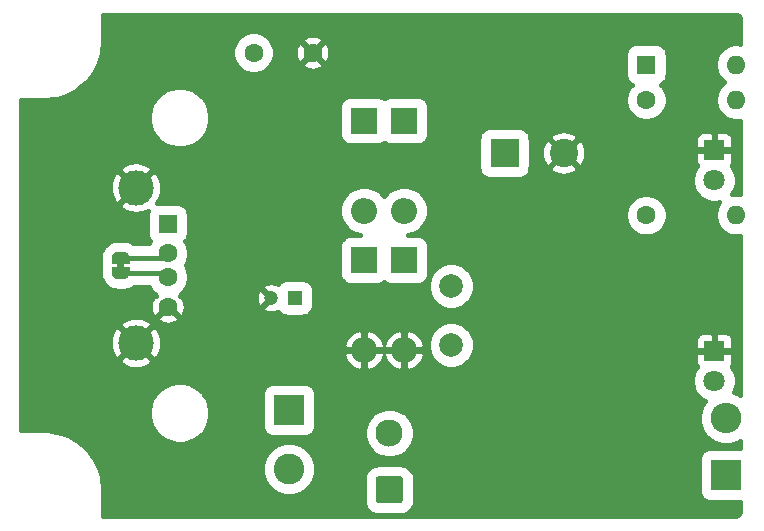
<source format=gbl>
G04 #@! TF.GenerationSoftware,KiCad,Pcbnew,5.1.10*
G04 #@! TF.CreationDate,2021-05-08T14:59:39+02:00*
G04 #@! TF.ProjectId,Dynamo_minimal_USB_charger,44796e61-6d6f-45f6-9d69-6e696d616c5f,1.0*
G04 #@! TF.SameCoordinates,PX5f5e100PY7bfa480*
G04 #@! TF.FileFunction,Copper,L2,Bot*
G04 #@! TF.FilePolarity,Positive*
%FSLAX46Y46*%
G04 Gerber Fmt 4.6, Leading zero omitted, Abs format (unit mm)*
G04 Created by KiCad (PCBNEW 5.1.10) date 2021-05-08 14:59:39*
%MOMM*%
%LPD*%
G01*
G04 APERTURE LIST*
G04 #@! TA.AperFunction,EtchedComponent*
%ADD10C,0.100000*%
G04 #@! TD*
G04 #@! TA.AperFunction,ComponentPad*
%ADD11C,1.600000*%
G04 #@! TD*
G04 #@! TA.AperFunction,ComponentPad*
%ADD12C,1.800000*%
G04 #@! TD*
G04 #@! TA.AperFunction,ComponentPad*
%ADD13R,1.800000X1.800000*%
G04 #@! TD*
G04 #@! TA.AperFunction,ComponentPad*
%ADD14C,2.000000*%
G04 #@! TD*
G04 #@! TA.AperFunction,ComponentPad*
%ADD15C,2.300000*%
G04 #@! TD*
G04 #@! TA.AperFunction,ComponentPad*
%ADD16O,2.600000X2.600000*%
G04 #@! TD*
G04 #@! TA.AperFunction,ComponentPad*
%ADD17R,2.600000X2.600000*%
G04 #@! TD*
G04 #@! TA.AperFunction,ComponentPad*
%ADD18O,1.600000X1.600000*%
G04 #@! TD*
G04 #@! TA.AperFunction,SMDPad,CuDef*
%ADD19C,0.100000*%
G04 #@! TD*
G04 #@! TA.AperFunction,ComponentPad*
%ADD20R,1.500000X1.600000*%
G04 #@! TD*
G04 #@! TA.AperFunction,ComponentPad*
%ADD21C,3.000000*%
G04 #@! TD*
G04 #@! TA.AperFunction,ComponentPad*
%ADD22C,2.600000*%
G04 #@! TD*
G04 #@! TA.AperFunction,ComponentPad*
%ADD23R,1.600000X1.600000*%
G04 #@! TD*
G04 #@! TA.AperFunction,ComponentPad*
%ADD24O,2.200000X2.200000*%
G04 #@! TD*
G04 #@! TA.AperFunction,ComponentPad*
%ADD25R,2.200000X2.200000*%
G04 #@! TD*
G04 #@! TA.AperFunction,ComponentPad*
%ADD26C,1.200000*%
G04 #@! TD*
G04 #@! TA.AperFunction,ComponentPad*
%ADD27R,1.200000X1.200000*%
G04 #@! TD*
G04 #@! TA.AperFunction,ComponentPad*
%ADD28C,2.400000*%
G04 #@! TD*
G04 #@! TA.AperFunction,ComponentPad*
%ADD29R,2.400000X2.400000*%
G04 #@! TD*
G04 #@! TA.AperFunction,Conductor*
%ADD30C,0.400000*%
G04 #@! TD*
G04 #@! TA.AperFunction,Conductor*
%ADD31C,0.100000*%
G04 #@! TD*
G04 APERTURE END LIST*
D10*
G04 #@! TO.C,JP1*
G36*
X9200000Y22000000D02*
G01*
X9200000Y22500000D01*
X9800000Y22500000D01*
X9800000Y22000000D01*
X9200000Y22000000D01*
G37*
G04 #@! TD*
D11*
G04 #@! TO.P,C3,2*
G04 #@! TO.N,GND*
X25750000Y40250000D03*
G04 #@! TO.P,C3,1*
G04 #@! TO.N,VCC*
X20750000Y40250000D03*
G04 #@! TD*
D12*
G04 #@! TO.P,D8,2*
G04 #@! TO.N,Net-(D8-Pad2)*
X59750000Y29460000D03*
D13*
G04 #@! TO.P,D8,1*
G04 #@! TO.N,GND*
X59750000Y32000000D03*
G04 #@! TD*
D12*
G04 #@! TO.P,D6,2*
G04 #@! TO.N,Net-(D6-Pad2)*
X59750000Y12460000D03*
D13*
G04 #@! TO.P,D6,1*
G04 #@! TO.N,GND*
X59750000Y15000000D03*
G04 #@! TD*
D14*
G04 #@! TO.P,C1,2*
G04 #@! TO.N,Net-(C1-Pad2)*
X37500000Y15500000D03*
G04 #@! TO.P,C1,1*
G04 #@! TO.N,Net-(C1-Pad1)*
X37500000Y20500000D03*
G04 #@! TD*
D15*
G04 #@! TO.P,SW1,2*
G04 #@! TO.N,Net-(C1-Pad2)*
X32250000Y8050000D03*
G04 #@! TO.P,SW1,1*
G04 #@! TO.N,Net-(J1-Pad2)*
G04 #@! TA.AperFunction,ComponentPad*
G36*
G01*
X33150001Y2100000D02*
X31349999Y2100000D01*
G75*
G02*
X31100000Y2349999I0J249999D01*
G01*
X31100000Y4150001D01*
G75*
G02*
X31349999Y4400000I249999J0D01*
G01*
X33150001Y4400000D01*
G75*
G02*
X33400000Y4150001I0J-249999D01*
G01*
X33400000Y2349999D01*
G75*
G02*
X33150001Y2100000I-249999J0D01*
G01*
G37*
G04 #@! TD.AperFunction*
G04 #@! TD*
D16*
G04 #@! TO.P,D5,2*
G04 #@! TO.N,Net-(C1-Pad2)*
X60750000Y9300000D03*
D17*
G04 #@! TO.P,D5,1*
G04 #@! TO.N,Net-(D3-Pad2)*
X60750000Y4500000D03*
G04 #@! TD*
D18*
G04 #@! TO.P,R2,2*
G04 #@! TO.N,Net-(D8-Pad2)*
X61620000Y36250000D03*
D11*
G04 #@! TO.P,R2,1*
G04 #@! TO.N,Net-(D7-Pad2)*
X54000000Y36250000D03*
G04 #@! TD*
D18*
G04 #@! TO.P,R1,2*
G04 #@! TO.N,Net-(D6-Pad2)*
X61620000Y26500000D03*
D11*
G04 #@! TO.P,R1,1*
G04 #@! TO.N,+5V*
X54000000Y26500000D03*
G04 #@! TD*
G04 #@! TA.AperFunction,SMDPad,CuDef*
D19*
G04 #@! TO.P,JP1,1*
G04 #@! TO.N,Net-(J2-Pad2)*
G36*
X8750000Y22400000D02*
G01*
X8750000Y22900000D01*
X8750602Y22900000D01*
X8750602Y22924534D01*
X8755412Y22973365D01*
X8764984Y23021490D01*
X8779228Y23068445D01*
X8798005Y23113778D01*
X8821136Y23157051D01*
X8848396Y23197850D01*
X8879524Y23235779D01*
X8914221Y23270476D01*
X8952150Y23301604D01*
X8992949Y23328864D01*
X9036222Y23351995D01*
X9081555Y23370772D01*
X9128510Y23385016D01*
X9176635Y23394588D01*
X9225466Y23399398D01*
X9250000Y23399398D01*
X9250000Y23400000D01*
X9750000Y23400000D01*
X9750000Y23399398D01*
X9774534Y23399398D01*
X9823365Y23394588D01*
X9871490Y23385016D01*
X9918445Y23370772D01*
X9963778Y23351995D01*
X10007051Y23328864D01*
X10047850Y23301604D01*
X10085779Y23270476D01*
X10120476Y23235779D01*
X10151604Y23197850D01*
X10178864Y23157051D01*
X10201995Y23113778D01*
X10220772Y23068445D01*
X10235016Y23021490D01*
X10244588Y22973365D01*
X10249398Y22924534D01*
X10249398Y22900000D01*
X10250000Y22900000D01*
X10250000Y22400000D01*
X8750000Y22400000D01*
G37*
G04 #@! TD.AperFunction*
G04 #@! TA.AperFunction,SMDPad,CuDef*
G04 #@! TO.P,JP1,2*
G04 #@! TO.N,Net-(J2-Pad3)*
G36*
X10249398Y21600000D02*
G01*
X10249398Y21575466D01*
X10244588Y21526635D01*
X10235016Y21478510D01*
X10220772Y21431555D01*
X10201995Y21386222D01*
X10178864Y21342949D01*
X10151604Y21302150D01*
X10120476Y21264221D01*
X10085779Y21229524D01*
X10047850Y21198396D01*
X10007051Y21171136D01*
X9963778Y21148005D01*
X9918445Y21129228D01*
X9871490Y21114984D01*
X9823365Y21105412D01*
X9774534Y21100602D01*
X9750000Y21100602D01*
X9750000Y21100000D01*
X9250000Y21100000D01*
X9250000Y21100602D01*
X9225466Y21100602D01*
X9176635Y21105412D01*
X9128510Y21114984D01*
X9081555Y21129228D01*
X9036222Y21148005D01*
X8992949Y21171136D01*
X8952150Y21198396D01*
X8914221Y21229524D01*
X8879524Y21264221D01*
X8848396Y21302150D01*
X8821136Y21342949D01*
X8798005Y21386222D01*
X8779228Y21431555D01*
X8764984Y21478510D01*
X8755412Y21526635D01*
X8750602Y21575466D01*
X8750602Y21600000D01*
X8750000Y21600000D01*
X8750000Y22100000D01*
X10250000Y22100000D01*
X10250000Y21600000D01*
X10249398Y21600000D01*
G37*
G04 #@! TD.AperFunction*
G04 #@! TD*
D11*
G04 #@! TO.P,J2,4*
G04 #@! TO.N,GND*
X13500000Y18750000D03*
G04 #@! TO.P,J2,3*
G04 #@! TO.N,Net-(J2-Pad3)*
X13500000Y21250000D03*
G04 #@! TO.P,J2,2*
G04 #@! TO.N,Net-(J2-Pad2)*
X13500000Y23250000D03*
D20*
G04 #@! TO.P,J2,1*
G04 #@! TO.N,+5V*
X13500000Y25750000D03*
D21*
G04 #@! TO.P,J2,5*
G04 #@! TO.N,GND*
X10790000Y15680000D03*
X10790000Y28820000D03*
G04 #@! TD*
D22*
G04 #@! TO.P,J1,2*
G04 #@! TO.N,Net-(J1-Pad2)*
X23750000Y5000000D03*
D17*
G04 #@! TO.P,J1,1*
G04 #@! TO.N,Net-(D3-Pad2)*
X23750000Y10000000D03*
G04 #@! TD*
D18*
G04 #@! TO.P,D7,2*
G04 #@! TO.N,Net-(D7-Pad2)*
X61620000Y39250000D03*
D23*
G04 #@! TO.P,D7,1*
G04 #@! TO.N,VCC*
X54000000Y39250000D03*
G04 #@! TD*
D24*
G04 #@! TO.P,D4,2*
G04 #@! TO.N,GND*
X30100000Y15080000D03*
D25*
G04 #@! TO.P,D4,1*
G04 #@! TO.N,Net-(D3-Pad2)*
X30100000Y22700000D03*
G04 #@! TD*
D24*
G04 #@! TO.P,D3,2*
G04 #@! TO.N,Net-(D3-Pad2)*
X30100000Y26880000D03*
D25*
G04 #@! TO.P,D3,1*
G04 #@! TO.N,VCC*
X30100000Y34500000D03*
G04 #@! TD*
D24*
G04 #@! TO.P,D2,2*
G04 #@! TO.N,GND*
X33500000Y15080000D03*
D25*
G04 #@! TO.P,D2,1*
G04 #@! TO.N,Net-(C1-Pad1)*
X33500000Y22700000D03*
G04 #@! TD*
D24*
G04 #@! TO.P,D1,2*
G04 #@! TO.N,Net-(C1-Pad1)*
X33500000Y26880000D03*
D25*
G04 #@! TO.P,D1,1*
G04 #@! TO.N,VCC*
X33500000Y34500000D03*
G04 #@! TD*
D26*
G04 #@! TO.P,C4,2*
G04 #@! TO.N,GND*
X22250000Y19500000D03*
D27*
G04 #@! TO.P,C4,1*
G04 #@! TO.N,+5V*
X24250000Y19500000D03*
G04 #@! TD*
D28*
G04 #@! TO.P,C2,2*
G04 #@! TO.N,GND*
X47000000Y31750000D03*
D29*
G04 #@! TO.P,C2,1*
G04 #@! TO.N,VCC*
X42000000Y31750000D03*
G04 #@! TD*
D30*
G04 #@! TO.N,Net-(J2-Pad3)*
X13150000Y21600000D02*
X13500000Y21250000D01*
X9500000Y21600000D02*
X13150000Y21600000D01*
G04 #@! TO.N,Net-(J2-Pad2)*
X13150000Y22900000D02*
X13500000Y23250000D01*
X9500000Y22900000D02*
X13150000Y22900000D01*
G04 #@! TD*
G04 #@! TO.N,GND*
X61591307Y43461132D02*
X61679134Y43434616D01*
X61760139Y43391545D01*
X61831237Y43333558D01*
X61889718Y43262867D01*
X61933355Y43182163D01*
X61960483Y43094525D01*
X61975001Y42956395D01*
X61975001Y41014650D01*
X61797284Y41050000D01*
X61442716Y41050000D01*
X61094959Y40980827D01*
X60767380Y40845139D01*
X60472567Y40648151D01*
X60221849Y40397433D01*
X60024861Y40102620D01*
X59889173Y39775041D01*
X59820000Y39427284D01*
X59820000Y39072716D01*
X59889173Y38724959D01*
X60024861Y38397380D01*
X60221849Y38102567D01*
X60472567Y37851849D01*
X60624995Y37750000D01*
X60472567Y37648151D01*
X60221849Y37397433D01*
X60024861Y37102620D01*
X59889173Y36775041D01*
X59820000Y36427284D01*
X59820000Y36072716D01*
X59889173Y35724959D01*
X60024861Y35397380D01*
X60221849Y35102567D01*
X60472567Y34851849D01*
X60767380Y34654861D01*
X61094959Y34519173D01*
X61442716Y34450000D01*
X61797284Y34450000D01*
X61975001Y34485350D01*
X61975001Y28264650D01*
X61797284Y28300000D01*
X61442716Y28300000D01*
X61232019Y28258090D01*
X61433758Y28560013D01*
X61576984Y28905791D01*
X61650000Y29272866D01*
X61650000Y29647134D01*
X61576984Y30014209D01*
X61433758Y30359987D01*
X61225826Y30671179D01*
X61219317Y30677688D01*
X61241529Y30704753D01*
X61307272Y30827749D01*
X61347756Y30961208D01*
X61361426Y31100000D01*
X61358000Y31769000D01*
X61181000Y31946000D01*
X59804000Y31946000D01*
X59804000Y31926000D01*
X59696000Y31926000D01*
X59696000Y31946000D01*
X58319000Y31946000D01*
X58142000Y31769000D01*
X58138574Y31100000D01*
X58152244Y30961208D01*
X58192728Y30827749D01*
X58258471Y30704753D01*
X58280683Y30677688D01*
X58274174Y30671179D01*
X58066242Y30359987D01*
X57923016Y30014209D01*
X57850000Y29647134D01*
X57850000Y29272866D01*
X57923016Y28905791D01*
X58066242Y28560013D01*
X58274174Y28248821D01*
X58538821Y27984174D01*
X58850013Y27776242D01*
X59195791Y27633016D01*
X59562866Y27560000D01*
X59937134Y27560000D01*
X60198115Y27611913D01*
X60024861Y27352620D01*
X59889173Y27025041D01*
X59820000Y26677284D01*
X59820000Y26322716D01*
X59889173Y25974959D01*
X60024861Y25647380D01*
X60221849Y25352567D01*
X60472567Y25101849D01*
X60767380Y24904861D01*
X61094959Y24769173D01*
X61442716Y24700000D01*
X61797284Y24700000D01*
X61975001Y24735350D01*
X61975000Y11247668D01*
X61839459Y11338234D01*
X61420885Y11511613D01*
X61403702Y11515031D01*
X61433758Y11560013D01*
X61576984Y11905791D01*
X61650000Y12272866D01*
X61650000Y12647134D01*
X61576984Y13014209D01*
X61433758Y13359987D01*
X61225826Y13671179D01*
X61219317Y13677688D01*
X61241529Y13704753D01*
X61307272Y13827749D01*
X61347756Y13961208D01*
X61361426Y14100000D01*
X61358000Y14769000D01*
X61181000Y14946000D01*
X59804000Y14946000D01*
X59804000Y14926000D01*
X59696000Y14926000D01*
X59696000Y14946000D01*
X58319000Y14946000D01*
X58142000Y14769000D01*
X58138574Y14100000D01*
X58152244Y13961208D01*
X58192728Y13827749D01*
X58258471Y13704753D01*
X58280683Y13677688D01*
X58274174Y13671179D01*
X58066242Y13359987D01*
X57923016Y13014209D01*
X57850000Y12647134D01*
X57850000Y12272866D01*
X57923016Y11905791D01*
X58066242Y11560013D01*
X58274174Y11248821D01*
X58538821Y10984174D01*
X58850013Y10776242D01*
X58944152Y10737248D01*
X58711766Y10389459D01*
X58538387Y9970885D01*
X58450000Y9526530D01*
X58450000Y9073470D01*
X58538387Y8629115D01*
X58711766Y8210541D01*
X58963473Y7833835D01*
X59283835Y7513473D01*
X59660541Y7261766D01*
X60079115Y7088387D01*
X60523470Y7000000D01*
X60976530Y7000000D01*
X61420885Y7088387D01*
X61839459Y7261766D01*
X61975000Y7352332D01*
X61975000Y6804838D01*
X59450000Y6804838D01*
X59253966Y6785530D01*
X59065465Y6728349D01*
X58891742Y6635492D01*
X58739472Y6510528D01*
X58614508Y6358258D01*
X58521651Y6184535D01*
X58464470Y5996034D01*
X58445162Y5800000D01*
X58445162Y3200000D01*
X58464470Y3003966D01*
X58521651Y2815465D01*
X58614508Y2641742D01*
X58739472Y2489472D01*
X58891742Y2364508D01*
X59065465Y2271651D01*
X59253966Y2214470D01*
X59450000Y2195162D01*
X61975000Y2195162D01*
X61975000Y1550128D01*
X61961132Y1408694D01*
X61934615Y1320866D01*
X61891545Y1239862D01*
X61833558Y1168763D01*
X61762866Y1110282D01*
X61682163Y1066645D01*
X61594525Y1039517D01*
X61456404Y1025000D01*
X8025000Y1025000D01*
X8025000Y3300351D01*
X8020510Y3345936D01*
X8020684Y3370824D01*
X8019288Y3385067D01*
X7937686Y4161454D01*
X7919005Y4252459D01*
X7901598Y4343712D01*
X7897461Y4357413D01*
X7666613Y5103163D01*
X7630606Y5188820D01*
X7615371Y5226530D01*
X21450000Y5226530D01*
X21450000Y4773470D01*
X21538387Y4329115D01*
X21711766Y3910541D01*
X21963473Y3533835D01*
X22283835Y3213473D01*
X22660541Y2961766D01*
X23079115Y2788387D01*
X23523470Y2700000D01*
X23976530Y2700000D01*
X24420885Y2788387D01*
X24839459Y2961766D01*
X25216165Y3213473D01*
X25536527Y3533835D01*
X25788234Y3910541D01*
X25887421Y4150001D01*
X30095162Y4150001D01*
X30095162Y2349999D01*
X30119273Y2105192D01*
X30190681Y1869794D01*
X30306640Y1652849D01*
X30462695Y1462695D01*
X30652849Y1306640D01*
X30869794Y1190681D01*
X31105192Y1119273D01*
X31349999Y1095162D01*
X33150001Y1095162D01*
X33394808Y1119273D01*
X33630206Y1190681D01*
X33847151Y1306640D01*
X34037305Y1462695D01*
X34193360Y1652849D01*
X34309319Y1869794D01*
X34380727Y2105192D01*
X34404838Y2349999D01*
X34404838Y4150001D01*
X34380727Y4394808D01*
X34309319Y4630206D01*
X34193360Y4847151D01*
X34037305Y5037305D01*
X33847151Y5193360D01*
X33630206Y5309319D01*
X33394808Y5380727D01*
X33150001Y5404838D01*
X31349999Y5404838D01*
X31105192Y5380727D01*
X30869794Y5309319D01*
X30652849Y5193360D01*
X30462695Y5037305D01*
X30306640Y4847151D01*
X30190681Y4630206D01*
X30119273Y4394808D01*
X30095162Y4150001D01*
X25887421Y4150001D01*
X25961613Y4329115D01*
X26050000Y4773470D01*
X26050000Y5226530D01*
X25961613Y5670885D01*
X25788234Y6089459D01*
X25536527Y6466165D01*
X25216165Y6786527D01*
X24839459Y7038234D01*
X24420885Y7211613D01*
X23976530Y7300000D01*
X23523470Y7300000D01*
X23079115Y7211613D01*
X22660541Y7038234D01*
X22283835Y6786527D01*
X21963473Y6466165D01*
X21711766Y6089459D01*
X21538387Y5670885D01*
X21450000Y5226530D01*
X7615371Y5226530D01*
X7595811Y5274941D01*
X7589093Y5287577D01*
X7217790Y5974287D01*
X7165828Y6051323D01*
X7114972Y6129041D01*
X7105930Y6140126D01*
X7105926Y6140132D01*
X7105921Y6140137D01*
X6608313Y6741642D01*
X6542386Y6807111D01*
X6477393Y6873479D01*
X6466366Y6882602D01*
X5861396Y7376003D01*
X5784014Y7427415D01*
X5707364Y7479899D01*
X5694775Y7486706D01*
X5005491Y7853205D01*
X4919577Y7888616D01*
X4834211Y7925204D01*
X4820540Y7929436D01*
X4073195Y8155073D01*
X3982046Y8173121D01*
X3891192Y8192433D01*
X3876961Y8193929D01*
X3876959Y8193929D01*
X3100022Y8270108D01*
X3100021Y8270108D01*
X3050351Y8275000D01*
X1025000Y8275000D01*
X1025000Y10006078D01*
X11900000Y10006078D01*
X11900000Y9493922D01*
X11999917Y8991608D01*
X12195910Y8518438D01*
X12480448Y8092597D01*
X12842597Y7730448D01*
X13268438Y7445910D01*
X13741608Y7249917D01*
X14243922Y7150000D01*
X14756078Y7150000D01*
X15258392Y7249917D01*
X15731562Y7445910D01*
X16157403Y7730448D01*
X16519552Y8092597D01*
X16804090Y8518438D01*
X17000083Y8991608D01*
X17100000Y9493922D01*
X17100000Y10006078D01*
X17000083Y10508392D01*
X16804090Y10981562D01*
X16591317Y11300000D01*
X21445162Y11300000D01*
X21445162Y8700000D01*
X21464470Y8503966D01*
X21521651Y8315465D01*
X21614508Y8141742D01*
X21739472Y7989472D01*
X21891742Y7864508D01*
X22065465Y7771651D01*
X22253966Y7714470D01*
X22450000Y7695162D01*
X25050000Y7695162D01*
X25246034Y7714470D01*
X25434535Y7771651D01*
X25608258Y7864508D01*
X25760528Y7989472D01*
X25885492Y8141742D01*
X25949641Y8261757D01*
X30100000Y8261757D01*
X30100000Y7838243D01*
X30182623Y7422868D01*
X30344695Y7031593D01*
X30579986Y6679455D01*
X30879455Y6379986D01*
X31231593Y6144695D01*
X31622868Y5982623D01*
X32038243Y5900000D01*
X32461757Y5900000D01*
X32877132Y5982623D01*
X33268407Y6144695D01*
X33620545Y6379986D01*
X33920014Y6679455D01*
X34155305Y7031593D01*
X34317377Y7422868D01*
X34400000Y7838243D01*
X34400000Y8261757D01*
X34317377Y8677132D01*
X34155305Y9068407D01*
X33920014Y9420545D01*
X33620545Y9720014D01*
X33268407Y9955305D01*
X32877132Y10117377D01*
X32461757Y10200000D01*
X32038243Y10200000D01*
X31622868Y10117377D01*
X31231593Y9955305D01*
X30879455Y9720014D01*
X30579986Y9420545D01*
X30344695Y9068407D01*
X30182623Y8677132D01*
X30100000Y8261757D01*
X25949641Y8261757D01*
X25978349Y8315465D01*
X26035530Y8503966D01*
X26054838Y8700000D01*
X26054838Y11300000D01*
X26035530Y11496034D01*
X25978349Y11684535D01*
X25885492Y11858258D01*
X25760528Y12010528D01*
X25608258Y12135492D01*
X25434535Y12228349D01*
X25246034Y12285530D01*
X25050000Y12304838D01*
X22450000Y12304838D01*
X22253966Y12285530D01*
X22065465Y12228349D01*
X21891742Y12135492D01*
X21739472Y12010528D01*
X21614508Y11858258D01*
X21521651Y11684535D01*
X21464470Y11496034D01*
X21445162Y11300000D01*
X16591317Y11300000D01*
X16519552Y11407403D01*
X16157403Y11769552D01*
X15731562Y12054090D01*
X15258392Y12250083D01*
X14756078Y12350000D01*
X14243922Y12350000D01*
X13741608Y12250083D01*
X13268438Y12054090D01*
X12842597Y11769552D01*
X12480448Y11407403D01*
X12195910Y10981562D01*
X11999917Y10508392D01*
X11900000Y10006078D01*
X1025000Y10006078D01*
X1025000Y14198633D01*
X9385000Y14198633D01*
X9529963Y13853838D01*
X9910441Y13643107D01*
X10324719Y13510652D01*
X10756878Y13461563D01*
X11190310Y13497728D01*
X11608359Y13617757D01*
X11994958Y13817037D01*
X12050037Y13853838D01*
X12195000Y14198633D01*
X10790000Y15603632D01*
X9385000Y14198633D01*
X1025000Y14198633D01*
X1025000Y15713122D01*
X8571563Y15713122D01*
X8607728Y15279690D01*
X8727757Y14861641D01*
X8927037Y14475042D01*
X8963838Y14419963D01*
X9308633Y14275000D01*
X10713632Y15680000D01*
X10866368Y15680000D01*
X12271367Y14275000D01*
X12616162Y14419963D01*
X12795608Y14743957D01*
X28323502Y14743957D01*
X28423196Y14403836D01*
X28587328Y14089700D01*
X28809592Y13813621D01*
X29081445Y13586208D01*
X29392441Y13416201D01*
X29730628Y13310133D01*
X29763958Y13303504D01*
X30046000Y13449894D01*
X30046000Y15026000D01*
X30154000Y15026000D01*
X30154000Y13449894D01*
X30436042Y13303504D01*
X30469372Y13310133D01*
X30807559Y13416201D01*
X31118555Y13586208D01*
X31390408Y13813621D01*
X31612672Y14089700D01*
X31776804Y14403836D01*
X31800000Y14482973D01*
X31823196Y14403836D01*
X31987328Y14089700D01*
X32209592Y13813621D01*
X32481445Y13586208D01*
X32792441Y13416201D01*
X33130628Y13310133D01*
X33163958Y13303504D01*
X33446000Y13449894D01*
X33446000Y15026000D01*
X33554000Y15026000D01*
X33554000Y13449894D01*
X33836042Y13303504D01*
X33869372Y13310133D01*
X34207559Y13416201D01*
X34518555Y13586208D01*
X34790408Y13813621D01*
X35012672Y14089700D01*
X35176804Y14403836D01*
X35276498Y14743957D01*
X35130195Y15026000D01*
X33554000Y15026000D01*
X33446000Y15026000D01*
X31869805Y15026000D01*
X31800000Y14891430D01*
X31730195Y15026000D01*
X30154000Y15026000D01*
X30046000Y15026000D01*
X28469805Y15026000D01*
X28323502Y14743957D01*
X12795608Y14743957D01*
X12826893Y14800441D01*
X12959348Y15214719D01*
X12982216Y15416043D01*
X28323502Y15416043D01*
X28469805Y15134000D01*
X30046000Y15134000D01*
X30046000Y16710106D01*
X30154000Y16710106D01*
X30154000Y15134000D01*
X31730195Y15134000D01*
X31800000Y15268570D01*
X31869805Y15134000D01*
X33446000Y15134000D01*
X33446000Y16710106D01*
X33554000Y16710106D01*
X33554000Y15134000D01*
X35130195Y15134000D01*
X35276498Y15416043D01*
X35194151Y15696983D01*
X35500000Y15696983D01*
X35500000Y15303017D01*
X35576859Y14916622D01*
X35727623Y14552645D01*
X35946499Y14225074D01*
X36225074Y13946499D01*
X36552645Y13727623D01*
X36916622Y13576859D01*
X37303017Y13500000D01*
X37696983Y13500000D01*
X38083378Y13576859D01*
X38447355Y13727623D01*
X38774926Y13946499D01*
X39053501Y14225074D01*
X39272377Y14552645D01*
X39423141Y14916622D01*
X39500000Y15303017D01*
X39500000Y15696983D01*
X39459618Y15900000D01*
X58138574Y15900000D01*
X58142000Y15231000D01*
X58319000Y15054000D01*
X59696000Y15054000D01*
X59696000Y16431000D01*
X59804000Y16431000D01*
X59804000Y15054000D01*
X61181000Y15054000D01*
X61358000Y15231000D01*
X61361426Y15900000D01*
X61347756Y16038792D01*
X61307272Y16172251D01*
X61241529Y16295247D01*
X61153054Y16403054D01*
X61045247Y16491529D01*
X60922251Y16557272D01*
X60788792Y16597756D01*
X60650000Y16611426D01*
X59981000Y16608000D01*
X59804000Y16431000D01*
X59696000Y16431000D01*
X59519000Y16608000D01*
X58850000Y16611426D01*
X58711208Y16597756D01*
X58577749Y16557272D01*
X58454753Y16491529D01*
X58346946Y16403054D01*
X58258471Y16295247D01*
X58192728Y16172251D01*
X58152244Y16038792D01*
X58138574Y15900000D01*
X39459618Y15900000D01*
X39423141Y16083378D01*
X39272377Y16447355D01*
X39053501Y16774926D01*
X38774926Y17053501D01*
X38447355Y17272377D01*
X38083378Y17423141D01*
X37696983Y17500000D01*
X37303017Y17500000D01*
X36916622Y17423141D01*
X36552645Y17272377D01*
X36225074Y17053501D01*
X35946499Y16774926D01*
X35727623Y16447355D01*
X35576859Y16083378D01*
X35500000Y15696983D01*
X35194151Y15696983D01*
X35176804Y15756164D01*
X35012672Y16070300D01*
X34790408Y16346379D01*
X34518555Y16573792D01*
X34207559Y16743799D01*
X33869372Y16849867D01*
X33836042Y16856496D01*
X33554000Y16710106D01*
X33446000Y16710106D01*
X33163958Y16856496D01*
X33130628Y16849867D01*
X32792441Y16743799D01*
X32481445Y16573792D01*
X32209592Y16346379D01*
X31987328Y16070300D01*
X31823196Y15756164D01*
X31800000Y15677027D01*
X31776804Y15756164D01*
X31612672Y16070300D01*
X31390408Y16346379D01*
X31118555Y16573792D01*
X30807559Y16743799D01*
X30469372Y16849867D01*
X30436042Y16856496D01*
X30154000Y16710106D01*
X30046000Y16710106D01*
X29763958Y16856496D01*
X29730628Y16849867D01*
X29392441Y16743799D01*
X29081445Y16573792D01*
X28809592Y16346379D01*
X28587328Y16070300D01*
X28423196Y15756164D01*
X28323502Y15416043D01*
X12982216Y15416043D01*
X13008437Y15646878D01*
X12972272Y16080310D01*
X12852243Y16498359D01*
X12652963Y16884958D01*
X12616162Y16940037D01*
X12271367Y17085000D01*
X10866368Y15680000D01*
X10713632Y15680000D01*
X9308633Y17085000D01*
X8963838Y16940037D01*
X8753107Y16559559D01*
X8620652Y16145281D01*
X8571563Y15713122D01*
X1025000Y15713122D01*
X1025000Y17161367D01*
X9385000Y17161367D01*
X10790000Y15756368D01*
X12195000Y17161367D01*
X12050037Y17506162D01*
X11669559Y17716893D01*
X11515130Y17766268D01*
X12592636Y17766268D01*
X12653583Y17493137D01*
X12915048Y17352159D01*
X13198993Y17264900D01*
X13494506Y17234713D01*
X13790229Y17262756D01*
X14074799Y17347954D01*
X14337279Y17487032D01*
X14346417Y17493137D01*
X14407364Y17766268D01*
X13500000Y18673632D01*
X12592636Y17766268D01*
X11515130Y17766268D01*
X11255281Y17849348D01*
X10823122Y17898437D01*
X10389690Y17862272D01*
X9971641Y17742243D01*
X9585042Y17542963D01*
X9529963Y17506162D01*
X9385000Y17161367D01*
X1025000Y17161367D01*
X1025000Y22900000D01*
X7745161Y22900000D01*
X7745161Y22400000D01*
X7759935Y22250000D01*
X7745161Y22100000D01*
X7745161Y21600000D01*
X7747569Y21575552D01*
X7747569Y21550991D01*
X7766877Y21354957D01*
X7785999Y21258824D01*
X7843178Y21070327D01*
X7880687Y20979771D01*
X7973546Y20806043D01*
X8028002Y20724544D01*
X8152967Y20572275D01*
X8222275Y20502967D01*
X8374544Y20378002D01*
X8456043Y20323546D01*
X8629771Y20230687D01*
X8720327Y20193178D01*
X8908824Y20135999D01*
X9004957Y20116877D01*
X9200991Y20097569D01*
X9225552Y20097569D01*
X9250000Y20095161D01*
X9750000Y20095161D01*
X9774448Y20097569D01*
X9799009Y20097569D01*
X9995043Y20116877D01*
X10091176Y20135999D01*
X10279673Y20193178D01*
X10370229Y20230687D01*
X10543957Y20323546D01*
X10625456Y20378002D01*
X10652260Y20400000D01*
X11903776Y20400000D01*
X11904861Y20397380D01*
X12101849Y20102567D01*
X12352567Y19851849D01*
X12417127Y19808711D01*
X12391023Y19782607D01*
X12516266Y19657364D01*
X12243137Y19596417D01*
X12102159Y19334952D01*
X12014900Y19051007D01*
X11984713Y18755494D01*
X12012756Y18459771D01*
X12097954Y18175201D01*
X12237032Y17912721D01*
X12243137Y17903583D01*
X12516268Y17842636D01*
X13423632Y18750000D01*
X13409490Y18764142D01*
X13485858Y18840510D01*
X13500000Y18826368D01*
X13514142Y18840510D01*
X13590510Y18764142D01*
X13576368Y18750000D01*
X14483732Y17842636D01*
X14756863Y17903583D01*
X14897841Y18165048D01*
X14985100Y18448993D01*
X15015287Y18744506D01*
X14987244Y19040229D01*
X14902046Y19324799D01*
X14810486Y19497599D01*
X20935672Y19497599D01*
X20961395Y19241232D01*
X21036638Y18994810D01*
X21155843Y18771796D01*
X21408510Y18734878D01*
X22173632Y19500000D01*
X21408510Y20265122D01*
X21155843Y20228204D01*
X21034801Y20000753D01*
X20960459Y19754057D01*
X20935672Y19497599D01*
X14810486Y19497599D01*
X14762968Y19587279D01*
X14756863Y19596417D01*
X14483734Y19657364D01*
X14608977Y19782607D01*
X14582873Y19808711D01*
X14647433Y19851849D01*
X14898151Y20102567D01*
X15057794Y20341490D01*
X21484878Y20341490D01*
X22250000Y19576368D01*
X22264142Y19590510D01*
X22340510Y19514142D01*
X22326368Y19500000D01*
X22340510Y19485858D01*
X22264142Y19409490D01*
X22250000Y19423632D01*
X21484878Y18658510D01*
X21521796Y18405843D01*
X21749247Y18284801D01*
X21995943Y18210459D01*
X22252401Y18185672D01*
X22508768Y18211395D01*
X22755190Y18286638D01*
X22827855Y18325479D01*
X22939472Y18189472D01*
X23091742Y18064508D01*
X23265465Y17971651D01*
X23453966Y17914470D01*
X23650000Y17895162D01*
X24850000Y17895162D01*
X25046034Y17914470D01*
X25234535Y17971651D01*
X25408258Y18064508D01*
X25560528Y18189472D01*
X25685492Y18341742D01*
X25778349Y18515465D01*
X25835530Y18703966D01*
X25854838Y18900000D01*
X25854838Y20100000D01*
X25835530Y20296034D01*
X25778349Y20484535D01*
X25685492Y20658258D01*
X25560528Y20810528D01*
X25408258Y20935492D01*
X25234535Y21028349D01*
X25046034Y21085530D01*
X24850000Y21104838D01*
X23650000Y21104838D01*
X23453966Y21085530D01*
X23265465Y21028349D01*
X23091742Y20935492D01*
X22939472Y20810528D01*
X22827653Y20674275D01*
X22750753Y20715199D01*
X22504057Y20789541D01*
X22247599Y20814328D01*
X21991232Y20788605D01*
X21744810Y20713362D01*
X21521796Y20594157D01*
X21484878Y20341490D01*
X15057794Y20341490D01*
X15095139Y20397380D01*
X15230827Y20724959D01*
X15300000Y21072716D01*
X15300000Y21427284D01*
X15230827Y21775041D01*
X15095139Y22102620D01*
X14996663Y22250000D01*
X15095139Y22397380D01*
X15230827Y22724959D01*
X15300000Y23072716D01*
X15300000Y23427284D01*
X15230827Y23775041D01*
X15220489Y23800000D01*
X27995162Y23800000D01*
X27995162Y21600000D01*
X28014470Y21403966D01*
X28071651Y21215465D01*
X28164508Y21041742D01*
X28289472Y20889472D01*
X28441742Y20764508D01*
X28615465Y20671651D01*
X28803966Y20614470D01*
X29000000Y20595162D01*
X31200000Y20595162D01*
X31396034Y20614470D01*
X31584535Y20671651D01*
X31758258Y20764508D01*
X31800000Y20798765D01*
X31841742Y20764508D01*
X32015465Y20671651D01*
X32203966Y20614470D01*
X32400000Y20595162D01*
X34600000Y20595162D01*
X34796034Y20614470D01*
X34984535Y20671651D01*
X35031927Y20696983D01*
X35500000Y20696983D01*
X35500000Y20303017D01*
X35576859Y19916622D01*
X35727623Y19552645D01*
X35946499Y19225074D01*
X36225074Y18946499D01*
X36552645Y18727623D01*
X36916622Y18576859D01*
X37303017Y18500000D01*
X37696983Y18500000D01*
X38083378Y18576859D01*
X38447355Y18727623D01*
X38774926Y18946499D01*
X39053501Y19225074D01*
X39272377Y19552645D01*
X39423141Y19916622D01*
X39500000Y20303017D01*
X39500000Y20696983D01*
X39423141Y21083378D01*
X39272377Y21447355D01*
X39053501Y21774926D01*
X38774926Y22053501D01*
X38447355Y22272377D01*
X38083378Y22423141D01*
X37696983Y22500000D01*
X37303017Y22500000D01*
X36916622Y22423141D01*
X36552645Y22272377D01*
X36225074Y22053501D01*
X35946499Y21774926D01*
X35727623Y21447355D01*
X35576859Y21083378D01*
X35500000Y20696983D01*
X35031927Y20696983D01*
X35158258Y20764508D01*
X35310528Y20889472D01*
X35435492Y21041742D01*
X35528349Y21215465D01*
X35585530Y21403966D01*
X35604838Y21600000D01*
X35604838Y23800000D01*
X35585530Y23996034D01*
X35528349Y24184535D01*
X35435492Y24358258D01*
X35310528Y24510528D01*
X35158258Y24635492D01*
X34984535Y24728349D01*
X34796034Y24785530D01*
X34600000Y24804838D01*
X33831701Y24804838D01*
X34112547Y24860702D01*
X34494723Y25019004D01*
X34838672Y25248823D01*
X35131177Y25541328D01*
X35360996Y25885277D01*
X35519298Y26267453D01*
X35600000Y26673168D01*
X35600000Y26677284D01*
X52200000Y26677284D01*
X52200000Y26322716D01*
X52269173Y25974959D01*
X52404861Y25647380D01*
X52601849Y25352567D01*
X52852567Y25101849D01*
X53147380Y24904861D01*
X53474959Y24769173D01*
X53822716Y24700000D01*
X54177284Y24700000D01*
X54525041Y24769173D01*
X54852620Y24904861D01*
X55147433Y25101849D01*
X55398151Y25352567D01*
X55595139Y25647380D01*
X55730827Y25974959D01*
X55800000Y26322716D01*
X55800000Y26677284D01*
X55730827Y27025041D01*
X55595139Y27352620D01*
X55398151Y27647433D01*
X55147433Y27898151D01*
X54852620Y28095139D01*
X54525041Y28230827D01*
X54177284Y28300000D01*
X53822716Y28300000D01*
X53474959Y28230827D01*
X53147380Y28095139D01*
X52852567Y27898151D01*
X52601849Y27647433D01*
X52404861Y27352620D01*
X52269173Y27025041D01*
X52200000Y26677284D01*
X35600000Y26677284D01*
X35600000Y27086832D01*
X35519298Y27492547D01*
X35360996Y27874723D01*
X35131177Y28218672D01*
X34838672Y28511177D01*
X34494723Y28740996D01*
X34112547Y28899298D01*
X33706832Y28980000D01*
X33293168Y28980000D01*
X32887453Y28899298D01*
X32505277Y28740996D01*
X32161328Y28511177D01*
X31868823Y28218672D01*
X31800000Y28115671D01*
X31731177Y28218672D01*
X31438672Y28511177D01*
X31094723Y28740996D01*
X30712547Y28899298D01*
X30306832Y28980000D01*
X29893168Y28980000D01*
X29487453Y28899298D01*
X29105277Y28740996D01*
X28761328Y28511177D01*
X28468823Y28218672D01*
X28239004Y27874723D01*
X28080702Y27492547D01*
X28000000Y27086832D01*
X28000000Y26673168D01*
X28080702Y26267453D01*
X28239004Y25885277D01*
X28468823Y25541328D01*
X28761328Y25248823D01*
X29105277Y25019004D01*
X29487453Y24860702D01*
X29768299Y24804838D01*
X29000000Y24804838D01*
X28803966Y24785530D01*
X28615465Y24728349D01*
X28441742Y24635492D01*
X28289472Y24510528D01*
X28164508Y24358258D01*
X28071651Y24184535D01*
X28014470Y23996034D01*
X27995162Y23800000D01*
X15220489Y23800000D01*
X15095139Y24102620D01*
X14984323Y24268467D01*
X15085492Y24391742D01*
X15178349Y24565465D01*
X15235530Y24753966D01*
X15254838Y24950000D01*
X15254838Y26550000D01*
X15235530Y26746034D01*
X15178349Y26934535D01*
X15085492Y27108258D01*
X14960528Y27260528D01*
X14808258Y27385492D01*
X14634535Y27478349D01*
X14446034Y27535530D01*
X14250000Y27554838D01*
X12750000Y27554838D01*
X12559297Y27536055D01*
X12616162Y27559963D01*
X12826893Y27940441D01*
X12959348Y28354719D01*
X13008437Y28786878D01*
X12972272Y29220310D01*
X12852243Y29638359D01*
X12652963Y30024958D01*
X12616162Y30080037D01*
X12271367Y30225000D01*
X10866368Y28820000D01*
X10880510Y28805858D01*
X10804142Y28729490D01*
X10790000Y28743632D01*
X9385000Y27338633D01*
X9529963Y26993838D01*
X9910441Y26783107D01*
X10324719Y26650652D01*
X10756878Y26601563D01*
X11190310Y26637728D01*
X11608359Y26757757D01*
X11797620Y26855315D01*
X11764470Y26746034D01*
X11745162Y26550000D01*
X11745162Y24950000D01*
X11764470Y24753966D01*
X11821651Y24565465D01*
X11914508Y24391742D01*
X12015677Y24268467D01*
X11904861Y24102620D01*
X11903776Y24100000D01*
X10652260Y24100000D01*
X10625456Y24121998D01*
X10543957Y24176454D01*
X10370229Y24269313D01*
X10279673Y24306822D01*
X10091176Y24364001D01*
X9995043Y24383123D01*
X9799009Y24402431D01*
X9774448Y24402431D01*
X9750000Y24404839D01*
X9250000Y24404839D01*
X9225552Y24402431D01*
X9200991Y24402431D01*
X9004957Y24383123D01*
X8908824Y24364001D01*
X8720327Y24306822D01*
X8629771Y24269313D01*
X8456043Y24176454D01*
X8374544Y24121998D01*
X8222275Y23997033D01*
X8152967Y23927725D01*
X8028002Y23775456D01*
X7973546Y23693957D01*
X7880687Y23520229D01*
X7843178Y23429673D01*
X7785999Y23241176D01*
X7766877Y23145043D01*
X7747569Y22949009D01*
X7747569Y22924448D01*
X7745161Y22900000D01*
X1025000Y22900000D01*
X1025000Y28853122D01*
X8571563Y28853122D01*
X8607728Y28419690D01*
X8727757Y28001641D01*
X8927037Y27615042D01*
X8963838Y27559963D01*
X9308633Y27415000D01*
X10713632Y28820000D01*
X9308633Y30225000D01*
X8963838Y30080037D01*
X8753107Y29699559D01*
X8620652Y29285281D01*
X8571563Y28853122D01*
X1025000Y28853122D01*
X1025000Y30301367D01*
X9385000Y30301367D01*
X10790000Y28896368D01*
X12195000Y30301367D01*
X12050037Y30646162D01*
X11669559Y30856893D01*
X11255281Y30989348D01*
X10823122Y31038437D01*
X10389690Y31002272D01*
X9971641Y30882243D01*
X9585042Y30682963D01*
X9529963Y30646162D01*
X9385000Y30301367D01*
X1025000Y30301367D01*
X1025000Y35006078D01*
X11900000Y35006078D01*
X11900000Y34493922D01*
X11999917Y33991608D01*
X12195910Y33518438D01*
X12480448Y33092597D01*
X12842597Y32730448D01*
X13268438Y32445910D01*
X13741608Y32249917D01*
X14243922Y32150000D01*
X14756078Y32150000D01*
X15258392Y32249917D01*
X15731562Y32445910D01*
X16157403Y32730448D01*
X16519552Y33092597D01*
X16804090Y33518438D01*
X17000083Y33991608D01*
X17100000Y34493922D01*
X17100000Y35006078D01*
X17000083Y35508392D01*
X16962138Y35600000D01*
X27995162Y35600000D01*
X27995162Y33400000D01*
X28014470Y33203966D01*
X28071651Y33015465D01*
X28164508Y32841742D01*
X28289472Y32689472D01*
X28441742Y32564508D01*
X28615465Y32471651D01*
X28803966Y32414470D01*
X29000000Y32395162D01*
X31200000Y32395162D01*
X31396034Y32414470D01*
X31584535Y32471651D01*
X31758258Y32564508D01*
X31800000Y32598765D01*
X31841742Y32564508D01*
X32015465Y32471651D01*
X32203966Y32414470D01*
X32400000Y32395162D01*
X34600000Y32395162D01*
X34796034Y32414470D01*
X34984535Y32471651D01*
X35158258Y32564508D01*
X35310528Y32689472D01*
X35435492Y32841742D01*
X35493357Y32950000D01*
X39795162Y32950000D01*
X39795162Y30550000D01*
X39814470Y30353966D01*
X39871651Y30165465D01*
X39964508Y29991742D01*
X40089472Y29839472D01*
X40241742Y29714508D01*
X40415465Y29621651D01*
X40603966Y29564470D01*
X40800000Y29545162D01*
X43200000Y29545162D01*
X43396034Y29564470D01*
X43584535Y29621651D01*
X43758258Y29714508D01*
X43910528Y29839472D01*
X44035492Y29991742D01*
X44128349Y30165465D01*
X44185530Y30353966D01*
X44198128Y30481879D01*
X45808246Y30481879D01*
X45917213Y30167802D01*
X46246689Y29986962D01*
X46605116Y29873875D01*
X46978718Y29832886D01*
X47353137Y29865571D01*
X47713986Y29970673D01*
X48047396Y30144154D01*
X48082787Y30167802D01*
X48191754Y30481879D01*
X47000000Y31673632D01*
X45808246Y30481879D01*
X44198128Y30481879D01*
X44204838Y30550000D01*
X44204838Y31771282D01*
X45082886Y31771282D01*
X45115571Y31396863D01*
X45220673Y31036014D01*
X45394154Y30702604D01*
X45417802Y30667213D01*
X45731879Y30558246D01*
X46923632Y31750000D01*
X47076368Y31750000D01*
X48268121Y30558246D01*
X48582198Y30667213D01*
X48763038Y30996689D01*
X48876125Y31355116D01*
X48917114Y31728718D01*
X48884429Y32103137D01*
X48779327Y32463986D01*
X48605846Y32797396D01*
X48582198Y32832787D01*
X48388470Y32900000D01*
X58138574Y32900000D01*
X58142000Y32231000D01*
X58319000Y32054000D01*
X59696000Y32054000D01*
X59696000Y33431000D01*
X59804000Y33431000D01*
X59804000Y32054000D01*
X61181000Y32054000D01*
X61358000Y32231000D01*
X61361426Y32900000D01*
X61347756Y33038792D01*
X61307272Y33172251D01*
X61241529Y33295247D01*
X61153054Y33403054D01*
X61045247Y33491529D01*
X60922251Y33557272D01*
X60788792Y33597756D01*
X60650000Y33611426D01*
X59981000Y33608000D01*
X59804000Y33431000D01*
X59696000Y33431000D01*
X59519000Y33608000D01*
X58850000Y33611426D01*
X58711208Y33597756D01*
X58577749Y33557272D01*
X58454753Y33491529D01*
X58346946Y33403054D01*
X58258471Y33295247D01*
X58192728Y33172251D01*
X58152244Y33038792D01*
X58138574Y32900000D01*
X48388470Y32900000D01*
X48268121Y32941754D01*
X47076368Y31750000D01*
X46923632Y31750000D01*
X45731879Y32941754D01*
X45417802Y32832787D01*
X45236962Y32503311D01*
X45123875Y32144884D01*
X45082886Y31771282D01*
X44204838Y31771282D01*
X44204838Y32950000D01*
X44198129Y33018121D01*
X45808246Y33018121D01*
X47000000Y31826368D01*
X48191754Y33018121D01*
X48082787Y33332198D01*
X47753311Y33513038D01*
X47394884Y33626125D01*
X47021282Y33667114D01*
X46646863Y33634429D01*
X46286014Y33529327D01*
X45952604Y33355846D01*
X45917213Y33332198D01*
X45808246Y33018121D01*
X44198129Y33018121D01*
X44185530Y33146034D01*
X44128349Y33334535D01*
X44035492Y33508258D01*
X43910528Y33660528D01*
X43758258Y33785492D01*
X43584535Y33878349D01*
X43396034Y33935530D01*
X43200000Y33954838D01*
X40800000Y33954838D01*
X40603966Y33935530D01*
X40415465Y33878349D01*
X40241742Y33785492D01*
X40089472Y33660528D01*
X39964508Y33508258D01*
X39871651Y33334535D01*
X39814470Y33146034D01*
X39795162Y32950000D01*
X35493357Y32950000D01*
X35528349Y33015465D01*
X35585530Y33203966D01*
X35604838Y33400000D01*
X35604838Y35600000D01*
X35585530Y35796034D01*
X35528349Y35984535D01*
X35435492Y36158258D01*
X35310528Y36310528D01*
X35158258Y36435492D01*
X34984535Y36528349D01*
X34796034Y36585530D01*
X34600000Y36604838D01*
X32400000Y36604838D01*
X32203966Y36585530D01*
X32015465Y36528349D01*
X31841742Y36435492D01*
X31800000Y36401235D01*
X31758258Y36435492D01*
X31584535Y36528349D01*
X31396034Y36585530D01*
X31200000Y36604838D01*
X29000000Y36604838D01*
X28803966Y36585530D01*
X28615465Y36528349D01*
X28441742Y36435492D01*
X28289472Y36310528D01*
X28164508Y36158258D01*
X28071651Y35984535D01*
X28014470Y35796034D01*
X27995162Y35600000D01*
X16962138Y35600000D01*
X16804090Y35981562D01*
X16519552Y36407403D01*
X16157403Y36769552D01*
X15731562Y37054090D01*
X15258392Y37250083D01*
X14756078Y37350000D01*
X14243922Y37350000D01*
X13741608Y37250083D01*
X13268438Y37054090D01*
X12842597Y36769552D01*
X12480448Y36407403D01*
X12195910Y35981562D01*
X11999917Y35508392D01*
X11900000Y35006078D01*
X1025000Y35006078D01*
X1025000Y36225000D01*
X3050351Y36225000D01*
X3095936Y36229490D01*
X3120824Y36229316D01*
X3135067Y36230712D01*
X3911455Y36312314D01*
X4002466Y36330996D01*
X4093712Y36348402D01*
X4107413Y36352539D01*
X4853162Y36583386D01*
X4938839Y36619402D01*
X5024941Y36654189D01*
X5037577Y36660907D01*
X5724287Y37032210D01*
X5801334Y37084180D01*
X5879041Y37135029D01*
X5890131Y37144074D01*
X6491643Y37641687D01*
X6557111Y37707613D01*
X6623479Y37772606D01*
X6632601Y37783633D01*
X7126003Y38388604D01*
X7177437Y38466019D01*
X7229899Y38542637D01*
X7236706Y38555225D01*
X7603205Y39244510D01*
X7638623Y39330438D01*
X7675204Y39415789D01*
X7679433Y39429450D01*
X7679437Y39429460D01*
X7679439Y39429470D01*
X7905073Y40176805D01*
X7923121Y40267954D01*
X7942433Y40358808D01*
X7943929Y40373041D01*
X7949247Y40427284D01*
X18950000Y40427284D01*
X18950000Y40072716D01*
X19019173Y39724959D01*
X19154861Y39397380D01*
X19351849Y39102567D01*
X19602567Y38851849D01*
X19897380Y38654861D01*
X20224959Y38519173D01*
X20572716Y38450000D01*
X20927284Y38450000D01*
X21275041Y38519173D01*
X21602620Y38654861D01*
X21897433Y38851849D01*
X22148151Y39102567D01*
X22257532Y39266268D01*
X24842636Y39266268D01*
X24903583Y38993137D01*
X25165048Y38852159D01*
X25448993Y38764900D01*
X25744506Y38734713D01*
X26040229Y38762756D01*
X26324799Y38847954D01*
X26587279Y38987032D01*
X26596417Y38993137D01*
X26657364Y39266268D01*
X25750000Y40173632D01*
X24842636Y39266268D01*
X22257532Y39266268D01*
X22345139Y39397380D01*
X22480827Y39724959D01*
X22550000Y40072716D01*
X22550000Y40255494D01*
X24234713Y40255494D01*
X24262756Y39959771D01*
X24347954Y39675201D01*
X24487032Y39412721D01*
X24493137Y39403583D01*
X24766268Y39342636D01*
X25673632Y40250000D01*
X25826368Y40250000D01*
X26733732Y39342636D01*
X27006863Y39403583D01*
X27147841Y39665048D01*
X27235100Y39948993D01*
X27245417Y40050000D01*
X52195162Y40050000D01*
X52195162Y38450000D01*
X52214470Y38253966D01*
X52271651Y38065465D01*
X52364508Y37891742D01*
X52489472Y37739472D01*
X52641742Y37614508D01*
X52757207Y37552791D01*
X52601849Y37397433D01*
X52404861Y37102620D01*
X52269173Y36775041D01*
X52200000Y36427284D01*
X52200000Y36072716D01*
X52269173Y35724959D01*
X52404861Y35397380D01*
X52601849Y35102567D01*
X52852567Y34851849D01*
X53147380Y34654861D01*
X53474959Y34519173D01*
X53822716Y34450000D01*
X54177284Y34450000D01*
X54525041Y34519173D01*
X54852620Y34654861D01*
X55147433Y34851849D01*
X55398151Y35102567D01*
X55595139Y35397380D01*
X55730827Y35724959D01*
X55800000Y36072716D01*
X55800000Y36427284D01*
X55730827Y36775041D01*
X55595139Y37102620D01*
X55398151Y37397433D01*
X55242793Y37552791D01*
X55358258Y37614508D01*
X55510528Y37739472D01*
X55635492Y37891742D01*
X55728349Y38065465D01*
X55785530Y38253966D01*
X55804838Y38450000D01*
X55804838Y40050000D01*
X55785530Y40246034D01*
X55728349Y40434535D01*
X55635492Y40608258D01*
X55510528Y40760528D01*
X55358258Y40885492D01*
X55184535Y40978349D01*
X54996034Y41035530D01*
X54800000Y41054838D01*
X53200000Y41054838D01*
X53003966Y41035530D01*
X52815465Y40978349D01*
X52641742Y40885492D01*
X52489472Y40760528D01*
X52364508Y40608258D01*
X52271651Y40434535D01*
X52214470Y40246034D01*
X52195162Y40050000D01*
X27245417Y40050000D01*
X27265287Y40244506D01*
X27237244Y40540229D01*
X27152046Y40824799D01*
X27012968Y41087279D01*
X27006863Y41096417D01*
X26733732Y41157364D01*
X25826368Y40250000D01*
X25673632Y40250000D01*
X24766268Y41157364D01*
X24493137Y41096417D01*
X24352159Y40834952D01*
X24264900Y40551007D01*
X24234713Y40255494D01*
X22550000Y40255494D01*
X22550000Y40427284D01*
X22480827Y40775041D01*
X22345139Y41102620D01*
X22257533Y41233732D01*
X24842636Y41233732D01*
X25750000Y40326368D01*
X26657364Y41233732D01*
X26596417Y41506863D01*
X26334952Y41647841D01*
X26051007Y41735100D01*
X25755494Y41765287D01*
X25459771Y41737244D01*
X25175201Y41652046D01*
X24912721Y41512968D01*
X24903583Y41506863D01*
X24842636Y41233732D01*
X22257533Y41233732D01*
X22148151Y41397433D01*
X21897433Y41648151D01*
X21602620Y41845139D01*
X21275041Y41980827D01*
X20927284Y42050000D01*
X20572716Y42050000D01*
X20224959Y41980827D01*
X19897380Y41845139D01*
X19602567Y41648151D01*
X19351849Y41397433D01*
X19154861Y41102620D01*
X19019173Y40775041D01*
X18950000Y40427284D01*
X7949247Y40427284D01*
X8020108Y41149978D01*
X8020108Y41149979D01*
X8025000Y41199649D01*
X8025000Y43475000D01*
X61449872Y43475000D01*
X61591307Y43461132D01*
G04 #@! TA.AperFunction,Conductor*
D31*
G36*
X61591307Y43461132D02*
G01*
X61679134Y43434616D01*
X61760139Y43391545D01*
X61831237Y43333558D01*
X61889718Y43262867D01*
X61933355Y43182163D01*
X61960483Y43094525D01*
X61975001Y42956395D01*
X61975001Y41014650D01*
X61797284Y41050000D01*
X61442716Y41050000D01*
X61094959Y40980827D01*
X60767380Y40845139D01*
X60472567Y40648151D01*
X60221849Y40397433D01*
X60024861Y40102620D01*
X59889173Y39775041D01*
X59820000Y39427284D01*
X59820000Y39072716D01*
X59889173Y38724959D01*
X60024861Y38397380D01*
X60221849Y38102567D01*
X60472567Y37851849D01*
X60624995Y37750000D01*
X60472567Y37648151D01*
X60221849Y37397433D01*
X60024861Y37102620D01*
X59889173Y36775041D01*
X59820000Y36427284D01*
X59820000Y36072716D01*
X59889173Y35724959D01*
X60024861Y35397380D01*
X60221849Y35102567D01*
X60472567Y34851849D01*
X60767380Y34654861D01*
X61094959Y34519173D01*
X61442716Y34450000D01*
X61797284Y34450000D01*
X61975001Y34485350D01*
X61975001Y28264650D01*
X61797284Y28300000D01*
X61442716Y28300000D01*
X61232019Y28258090D01*
X61433758Y28560013D01*
X61576984Y28905791D01*
X61650000Y29272866D01*
X61650000Y29647134D01*
X61576984Y30014209D01*
X61433758Y30359987D01*
X61225826Y30671179D01*
X61219317Y30677688D01*
X61241529Y30704753D01*
X61307272Y30827749D01*
X61347756Y30961208D01*
X61361426Y31100000D01*
X61358000Y31769000D01*
X61181000Y31946000D01*
X59804000Y31946000D01*
X59804000Y31926000D01*
X59696000Y31926000D01*
X59696000Y31946000D01*
X58319000Y31946000D01*
X58142000Y31769000D01*
X58138574Y31100000D01*
X58152244Y30961208D01*
X58192728Y30827749D01*
X58258471Y30704753D01*
X58280683Y30677688D01*
X58274174Y30671179D01*
X58066242Y30359987D01*
X57923016Y30014209D01*
X57850000Y29647134D01*
X57850000Y29272866D01*
X57923016Y28905791D01*
X58066242Y28560013D01*
X58274174Y28248821D01*
X58538821Y27984174D01*
X58850013Y27776242D01*
X59195791Y27633016D01*
X59562866Y27560000D01*
X59937134Y27560000D01*
X60198115Y27611913D01*
X60024861Y27352620D01*
X59889173Y27025041D01*
X59820000Y26677284D01*
X59820000Y26322716D01*
X59889173Y25974959D01*
X60024861Y25647380D01*
X60221849Y25352567D01*
X60472567Y25101849D01*
X60767380Y24904861D01*
X61094959Y24769173D01*
X61442716Y24700000D01*
X61797284Y24700000D01*
X61975001Y24735350D01*
X61975000Y11247668D01*
X61839459Y11338234D01*
X61420885Y11511613D01*
X61403702Y11515031D01*
X61433758Y11560013D01*
X61576984Y11905791D01*
X61650000Y12272866D01*
X61650000Y12647134D01*
X61576984Y13014209D01*
X61433758Y13359987D01*
X61225826Y13671179D01*
X61219317Y13677688D01*
X61241529Y13704753D01*
X61307272Y13827749D01*
X61347756Y13961208D01*
X61361426Y14100000D01*
X61358000Y14769000D01*
X61181000Y14946000D01*
X59804000Y14946000D01*
X59804000Y14926000D01*
X59696000Y14926000D01*
X59696000Y14946000D01*
X58319000Y14946000D01*
X58142000Y14769000D01*
X58138574Y14100000D01*
X58152244Y13961208D01*
X58192728Y13827749D01*
X58258471Y13704753D01*
X58280683Y13677688D01*
X58274174Y13671179D01*
X58066242Y13359987D01*
X57923016Y13014209D01*
X57850000Y12647134D01*
X57850000Y12272866D01*
X57923016Y11905791D01*
X58066242Y11560013D01*
X58274174Y11248821D01*
X58538821Y10984174D01*
X58850013Y10776242D01*
X58944152Y10737248D01*
X58711766Y10389459D01*
X58538387Y9970885D01*
X58450000Y9526530D01*
X58450000Y9073470D01*
X58538387Y8629115D01*
X58711766Y8210541D01*
X58963473Y7833835D01*
X59283835Y7513473D01*
X59660541Y7261766D01*
X60079115Y7088387D01*
X60523470Y7000000D01*
X60976530Y7000000D01*
X61420885Y7088387D01*
X61839459Y7261766D01*
X61975000Y7352332D01*
X61975000Y6804838D01*
X59450000Y6804838D01*
X59253966Y6785530D01*
X59065465Y6728349D01*
X58891742Y6635492D01*
X58739472Y6510528D01*
X58614508Y6358258D01*
X58521651Y6184535D01*
X58464470Y5996034D01*
X58445162Y5800000D01*
X58445162Y3200000D01*
X58464470Y3003966D01*
X58521651Y2815465D01*
X58614508Y2641742D01*
X58739472Y2489472D01*
X58891742Y2364508D01*
X59065465Y2271651D01*
X59253966Y2214470D01*
X59450000Y2195162D01*
X61975000Y2195162D01*
X61975000Y1550128D01*
X61961132Y1408694D01*
X61934615Y1320866D01*
X61891545Y1239862D01*
X61833558Y1168763D01*
X61762866Y1110282D01*
X61682163Y1066645D01*
X61594525Y1039517D01*
X61456404Y1025000D01*
X8025000Y1025000D01*
X8025000Y3300351D01*
X8020510Y3345936D01*
X8020684Y3370824D01*
X8019288Y3385067D01*
X7937686Y4161454D01*
X7919005Y4252459D01*
X7901598Y4343712D01*
X7897461Y4357413D01*
X7666613Y5103163D01*
X7630606Y5188820D01*
X7615371Y5226530D01*
X21450000Y5226530D01*
X21450000Y4773470D01*
X21538387Y4329115D01*
X21711766Y3910541D01*
X21963473Y3533835D01*
X22283835Y3213473D01*
X22660541Y2961766D01*
X23079115Y2788387D01*
X23523470Y2700000D01*
X23976530Y2700000D01*
X24420885Y2788387D01*
X24839459Y2961766D01*
X25216165Y3213473D01*
X25536527Y3533835D01*
X25788234Y3910541D01*
X25887421Y4150001D01*
X30095162Y4150001D01*
X30095162Y2349999D01*
X30119273Y2105192D01*
X30190681Y1869794D01*
X30306640Y1652849D01*
X30462695Y1462695D01*
X30652849Y1306640D01*
X30869794Y1190681D01*
X31105192Y1119273D01*
X31349999Y1095162D01*
X33150001Y1095162D01*
X33394808Y1119273D01*
X33630206Y1190681D01*
X33847151Y1306640D01*
X34037305Y1462695D01*
X34193360Y1652849D01*
X34309319Y1869794D01*
X34380727Y2105192D01*
X34404838Y2349999D01*
X34404838Y4150001D01*
X34380727Y4394808D01*
X34309319Y4630206D01*
X34193360Y4847151D01*
X34037305Y5037305D01*
X33847151Y5193360D01*
X33630206Y5309319D01*
X33394808Y5380727D01*
X33150001Y5404838D01*
X31349999Y5404838D01*
X31105192Y5380727D01*
X30869794Y5309319D01*
X30652849Y5193360D01*
X30462695Y5037305D01*
X30306640Y4847151D01*
X30190681Y4630206D01*
X30119273Y4394808D01*
X30095162Y4150001D01*
X25887421Y4150001D01*
X25961613Y4329115D01*
X26050000Y4773470D01*
X26050000Y5226530D01*
X25961613Y5670885D01*
X25788234Y6089459D01*
X25536527Y6466165D01*
X25216165Y6786527D01*
X24839459Y7038234D01*
X24420885Y7211613D01*
X23976530Y7300000D01*
X23523470Y7300000D01*
X23079115Y7211613D01*
X22660541Y7038234D01*
X22283835Y6786527D01*
X21963473Y6466165D01*
X21711766Y6089459D01*
X21538387Y5670885D01*
X21450000Y5226530D01*
X7615371Y5226530D01*
X7595811Y5274941D01*
X7589093Y5287577D01*
X7217790Y5974287D01*
X7165828Y6051323D01*
X7114972Y6129041D01*
X7105930Y6140126D01*
X7105926Y6140132D01*
X7105921Y6140137D01*
X6608313Y6741642D01*
X6542386Y6807111D01*
X6477393Y6873479D01*
X6466366Y6882602D01*
X5861396Y7376003D01*
X5784014Y7427415D01*
X5707364Y7479899D01*
X5694775Y7486706D01*
X5005491Y7853205D01*
X4919577Y7888616D01*
X4834211Y7925204D01*
X4820540Y7929436D01*
X4073195Y8155073D01*
X3982046Y8173121D01*
X3891192Y8192433D01*
X3876961Y8193929D01*
X3876959Y8193929D01*
X3100022Y8270108D01*
X3100021Y8270108D01*
X3050351Y8275000D01*
X1025000Y8275000D01*
X1025000Y10006078D01*
X11900000Y10006078D01*
X11900000Y9493922D01*
X11999917Y8991608D01*
X12195910Y8518438D01*
X12480448Y8092597D01*
X12842597Y7730448D01*
X13268438Y7445910D01*
X13741608Y7249917D01*
X14243922Y7150000D01*
X14756078Y7150000D01*
X15258392Y7249917D01*
X15731562Y7445910D01*
X16157403Y7730448D01*
X16519552Y8092597D01*
X16804090Y8518438D01*
X17000083Y8991608D01*
X17100000Y9493922D01*
X17100000Y10006078D01*
X17000083Y10508392D01*
X16804090Y10981562D01*
X16591317Y11300000D01*
X21445162Y11300000D01*
X21445162Y8700000D01*
X21464470Y8503966D01*
X21521651Y8315465D01*
X21614508Y8141742D01*
X21739472Y7989472D01*
X21891742Y7864508D01*
X22065465Y7771651D01*
X22253966Y7714470D01*
X22450000Y7695162D01*
X25050000Y7695162D01*
X25246034Y7714470D01*
X25434535Y7771651D01*
X25608258Y7864508D01*
X25760528Y7989472D01*
X25885492Y8141742D01*
X25949641Y8261757D01*
X30100000Y8261757D01*
X30100000Y7838243D01*
X30182623Y7422868D01*
X30344695Y7031593D01*
X30579986Y6679455D01*
X30879455Y6379986D01*
X31231593Y6144695D01*
X31622868Y5982623D01*
X32038243Y5900000D01*
X32461757Y5900000D01*
X32877132Y5982623D01*
X33268407Y6144695D01*
X33620545Y6379986D01*
X33920014Y6679455D01*
X34155305Y7031593D01*
X34317377Y7422868D01*
X34400000Y7838243D01*
X34400000Y8261757D01*
X34317377Y8677132D01*
X34155305Y9068407D01*
X33920014Y9420545D01*
X33620545Y9720014D01*
X33268407Y9955305D01*
X32877132Y10117377D01*
X32461757Y10200000D01*
X32038243Y10200000D01*
X31622868Y10117377D01*
X31231593Y9955305D01*
X30879455Y9720014D01*
X30579986Y9420545D01*
X30344695Y9068407D01*
X30182623Y8677132D01*
X30100000Y8261757D01*
X25949641Y8261757D01*
X25978349Y8315465D01*
X26035530Y8503966D01*
X26054838Y8700000D01*
X26054838Y11300000D01*
X26035530Y11496034D01*
X25978349Y11684535D01*
X25885492Y11858258D01*
X25760528Y12010528D01*
X25608258Y12135492D01*
X25434535Y12228349D01*
X25246034Y12285530D01*
X25050000Y12304838D01*
X22450000Y12304838D01*
X22253966Y12285530D01*
X22065465Y12228349D01*
X21891742Y12135492D01*
X21739472Y12010528D01*
X21614508Y11858258D01*
X21521651Y11684535D01*
X21464470Y11496034D01*
X21445162Y11300000D01*
X16591317Y11300000D01*
X16519552Y11407403D01*
X16157403Y11769552D01*
X15731562Y12054090D01*
X15258392Y12250083D01*
X14756078Y12350000D01*
X14243922Y12350000D01*
X13741608Y12250083D01*
X13268438Y12054090D01*
X12842597Y11769552D01*
X12480448Y11407403D01*
X12195910Y10981562D01*
X11999917Y10508392D01*
X11900000Y10006078D01*
X1025000Y10006078D01*
X1025000Y14198633D01*
X9385000Y14198633D01*
X9529963Y13853838D01*
X9910441Y13643107D01*
X10324719Y13510652D01*
X10756878Y13461563D01*
X11190310Y13497728D01*
X11608359Y13617757D01*
X11994958Y13817037D01*
X12050037Y13853838D01*
X12195000Y14198633D01*
X10790000Y15603632D01*
X9385000Y14198633D01*
X1025000Y14198633D01*
X1025000Y15713122D01*
X8571563Y15713122D01*
X8607728Y15279690D01*
X8727757Y14861641D01*
X8927037Y14475042D01*
X8963838Y14419963D01*
X9308633Y14275000D01*
X10713632Y15680000D01*
X10866368Y15680000D01*
X12271367Y14275000D01*
X12616162Y14419963D01*
X12795608Y14743957D01*
X28323502Y14743957D01*
X28423196Y14403836D01*
X28587328Y14089700D01*
X28809592Y13813621D01*
X29081445Y13586208D01*
X29392441Y13416201D01*
X29730628Y13310133D01*
X29763958Y13303504D01*
X30046000Y13449894D01*
X30046000Y15026000D01*
X30154000Y15026000D01*
X30154000Y13449894D01*
X30436042Y13303504D01*
X30469372Y13310133D01*
X30807559Y13416201D01*
X31118555Y13586208D01*
X31390408Y13813621D01*
X31612672Y14089700D01*
X31776804Y14403836D01*
X31800000Y14482973D01*
X31823196Y14403836D01*
X31987328Y14089700D01*
X32209592Y13813621D01*
X32481445Y13586208D01*
X32792441Y13416201D01*
X33130628Y13310133D01*
X33163958Y13303504D01*
X33446000Y13449894D01*
X33446000Y15026000D01*
X33554000Y15026000D01*
X33554000Y13449894D01*
X33836042Y13303504D01*
X33869372Y13310133D01*
X34207559Y13416201D01*
X34518555Y13586208D01*
X34790408Y13813621D01*
X35012672Y14089700D01*
X35176804Y14403836D01*
X35276498Y14743957D01*
X35130195Y15026000D01*
X33554000Y15026000D01*
X33446000Y15026000D01*
X31869805Y15026000D01*
X31800000Y14891430D01*
X31730195Y15026000D01*
X30154000Y15026000D01*
X30046000Y15026000D01*
X28469805Y15026000D01*
X28323502Y14743957D01*
X12795608Y14743957D01*
X12826893Y14800441D01*
X12959348Y15214719D01*
X12982216Y15416043D01*
X28323502Y15416043D01*
X28469805Y15134000D01*
X30046000Y15134000D01*
X30046000Y16710106D01*
X30154000Y16710106D01*
X30154000Y15134000D01*
X31730195Y15134000D01*
X31800000Y15268570D01*
X31869805Y15134000D01*
X33446000Y15134000D01*
X33446000Y16710106D01*
X33554000Y16710106D01*
X33554000Y15134000D01*
X35130195Y15134000D01*
X35276498Y15416043D01*
X35194151Y15696983D01*
X35500000Y15696983D01*
X35500000Y15303017D01*
X35576859Y14916622D01*
X35727623Y14552645D01*
X35946499Y14225074D01*
X36225074Y13946499D01*
X36552645Y13727623D01*
X36916622Y13576859D01*
X37303017Y13500000D01*
X37696983Y13500000D01*
X38083378Y13576859D01*
X38447355Y13727623D01*
X38774926Y13946499D01*
X39053501Y14225074D01*
X39272377Y14552645D01*
X39423141Y14916622D01*
X39500000Y15303017D01*
X39500000Y15696983D01*
X39459618Y15900000D01*
X58138574Y15900000D01*
X58142000Y15231000D01*
X58319000Y15054000D01*
X59696000Y15054000D01*
X59696000Y16431000D01*
X59804000Y16431000D01*
X59804000Y15054000D01*
X61181000Y15054000D01*
X61358000Y15231000D01*
X61361426Y15900000D01*
X61347756Y16038792D01*
X61307272Y16172251D01*
X61241529Y16295247D01*
X61153054Y16403054D01*
X61045247Y16491529D01*
X60922251Y16557272D01*
X60788792Y16597756D01*
X60650000Y16611426D01*
X59981000Y16608000D01*
X59804000Y16431000D01*
X59696000Y16431000D01*
X59519000Y16608000D01*
X58850000Y16611426D01*
X58711208Y16597756D01*
X58577749Y16557272D01*
X58454753Y16491529D01*
X58346946Y16403054D01*
X58258471Y16295247D01*
X58192728Y16172251D01*
X58152244Y16038792D01*
X58138574Y15900000D01*
X39459618Y15900000D01*
X39423141Y16083378D01*
X39272377Y16447355D01*
X39053501Y16774926D01*
X38774926Y17053501D01*
X38447355Y17272377D01*
X38083378Y17423141D01*
X37696983Y17500000D01*
X37303017Y17500000D01*
X36916622Y17423141D01*
X36552645Y17272377D01*
X36225074Y17053501D01*
X35946499Y16774926D01*
X35727623Y16447355D01*
X35576859Y16083378D01*
X35500000Y15696983D01*
X35194151Y15696983D01*
X35176804Y15756164D01*
X35012672Y16070300D01*
X34790408Y16346379D01*
X34518555Y16573792D01*
X34207559Y16743799D01*
X33869372Y16849867D01*
X33836042Y16856496D01*
X33554000Y16710106D01*
X33446000Y16710106D01*
X33163958Y16856496D01*
X33130628Y16849867D01*
X32792441Y16743799D01*
X32481445Y16573792D01*
X32209592Y16346379D01*
X31987328Y16070300D01*
X31823196Y15756164D01*
X31800000Y15677027D01*
X31776804Y15756164D01*
X31612672Y16070300D01*
X31390408Y16346379D01*
X31118555Y16573792D01*
X30807559Y16743799D01*
X30469372Y16849867D01*
X30436042Y16856496D01*
X30154000Y16710106D01*
X30046000Y16710106D01*
X29763958Y16856496D01*
X29730628Y16849867D01*
X29392441Y16743799D01*
X29081445Y16573792D01*
X28809592Y16346379D01*
X28587328Y16070300D01*
X28423196Y15756164D01*
X28323502Y15416043D01*
X12982216Y15416043D01*
X13008437Y15646878D01*
X12972272Y16080310D01*
X12852243Y16498359D01*
X12652963Y16884958D01*
X12616162Y16940037D01*
X12271367Y17085000D01*
X10866368Y15680000D01*
X10713632Y15680000D01*
X9308633Y17085000D01*
X8963838Y16940037D01*
X8753107Y16559559D01*
X8620652Y16145281D01*
X8571563Y15713122D01*
X1025000Y15713122D01*
X1025000Y17161367D01*
X9385000Y17161367D01*
X10790000Y15756368D01*
X12195000Y17161367D01*
X12050037Y17506162D01*
X11669559Y17716893D01*
X11515130Y17766268D01*
X12592636Y17766268D01*
X12653583Y17493137D01*
X12915048Y17352159D01*
X13198993Y17264900D01*
X13494506Y17234713D01*
X13790229Y17262756D01*
X14074799Y17347954D01*
X14337279Y17487032D01*
X14346417Y17493137D01*
X14407364Y17766268D01*
X13500000Y18673632D01*
X12592636Y17766268D01*
X11515130Y17766268D01*
X11255281Y17849348D01*
X10823122Y17898437D01*
X10389690Y17862272D01*
X9971641Y17742243D01*
X9585042Y17542963D01*
X9529963Y17506162D01*
X9385000Y17161367D01*
X1025000Y17161367D01*
X1025000Y22900000D01*
X7745161Y22900000D01*
X7745161Y22400000D01*
X7759935Y22250000D01*
X7745161Y22100000D01*
X7745161Y21600000D01*
X7747569Y21575552D01*
X7747569Y21550991D01*
X7766877Y21354957D01*
X7785999Y21258824D01*
X7843178Y21070327D01*
X7880687Y20979771D01*
X7973546Y20806043D01*
X8028002Y20724544D01*
X8152967Y20572275D01*
X8222275Y20502967D01*
X8374544Y20378002D01*
X8456043Y20323546D01*
X8629771Y20230687D01*
X8720327Y20193178D01*
X8908824Y20135999D01*
X9004957Y20116877D01*
X9200991Y20097569D01*
X9225552Y20097569D01*
X9250000Y20095161D01*
X9750000Y20095161D01*
X9774448Y20097569D01*
X9799009Y20097569D01*
X9995043Y20116877D01*
X10091176Y20135999D01*
X10279673Y20193178D01*
X10370229Y20230687D01*
X10543957Y20323546D01*
X10625456Y20378002D01*
X10652260Y20400000D01*
X11903776Y20400000D01*
X11904861Y20397380D01*
X12101849Y20102567D01*
X12352567Y19851849D01*
X12417127Y19808711D01*
X12391023Y19782607D01*
X12516266Y19657364D01*
X12243137Y19596417D01*
X12102159Y19334952D01*
X12014900Y19051007D01*
X11984713Y18755494D01*
X12012756Y18459771D01*
X12097954Y18175201D01*
X12237032Y17912721D01*
X12243137Y17903583D01*
X12516268Y17842636D01*
X13423632Y18750000D01*
X13409490Y18764142D01*
X13485858Y18840510D01*
X13500000Y18826368D01*
X13514142Y18840510D01*
X13590510Y18764142D01*
X13576368Y18750000D01*
X14483732Y17842636D01*
X14756863Y17903583D01*
X14897841Y18165048D01*
X14985100Y18448993D01*
X15015287Y18744506D01*
X14987244Y19040229D01*
X14902046Y19324799D01*
X14810486Y19497599D01*
X20935672Y19497599D01*
X20961395Y19241232D01*
X21036638Y18994810D01*
X21155843Y18771796D01*
X21408510Y18734878D01*
X22173632Y19500000D01*
X21408510Y20265122D01*
X21155843Y20228204D01*
X21034801Y20000753D01*
X20960459Y19754057D01*
X20935672Y19497599D01*
X14810486Y19497599D01*
X14762968Y19587279D01*
X14756863Y19596417D01*
X14483734Y19657364D01*
X14608977Y19782607D01*
X14582873Y19808711D01*
X14647433Y19851849D01*
X14898151Y20102567D01*
X15057794Y20341490D01*
X21484878Y20341490D01*
X22250000Y19576368D01*
X22264142Y19590510D01*
X22340510Y19514142D01*
X22326368Y19500000D01*
X22340510Y19485858D01*
X22264142Y19409490D01*
X22250000Y19423632D01*
X21484878Y18658510D01*
X21521796Y18405843D01*
X21749247Y18284801D01*
X21995943Y18210459D01*
X22252401Y18185672D01*
X22508768Y18211395D01*
X22755190Y18286638D01*
X22827855Y18325479D01*
X22939472Y18189472D01*
X23091742Y18064508D01*
X23265465Y17971651D01*
X23453966Y17914470D01*
X23650000Y17895162D01*
X24850000Y17895162D01*
X25046034Y17914470D01*
X25234535Y17971651D01*
X25408258Y18064508D01*
X25560528Y18189472D01*
X25685492Y18341742D01*
X25778349Y18515465D01*
X25835530Y18703966D01*
X25854838Y18900000D01*
X25854838Y20100000D01*
X25835530Y20296034D01*
X25778349Y20484535D01*
X25685492Y20658258D01*
X25560528Y20810528D01*
X25408258Y20935492D01*
X25234535Y21028349D01*
X25046034Y21085530D01*
X24850000Y21104838D01*
X23650000Y21104838D01*
X23453966Y21085530D01*
X23265465Y21028349D01*
X23091742Y20935492D01*
X22939472Y20810528D01*
X22827653Y20674275D01*
X22750753Y20715199D01*
X22504057Y20789541D01*
X22247599Y20814328D01*
X21991232Y20788605D01*
X21744810Y20713362D01*
X21521796Y20594157D01*
X21484878Y20341490D01*
X15057794Y20341490D01*
X15095139Y20397380D01*
X15230827Y20724959D01*
X15300000Y21072716D01*
X15300000Y21427284D01*
X15230827Y21775041D01*
X15095139Y22102620D01*
X14996663Y22250000D01*
X15095139Y22397380D01*
X15230827Y22724959D01*
X15300000Y23072716D01*
X15300000Y23427284D01*
X15230827Y23775041D01*
X15220489Y23800000D01*
X27995162Y23800000D01*
X27995162Y21600000D01*
X28014470Y21403966D01*
X28071651Y21215465D01*
X28164508Y21041742D01*
X28289472Y20889472D01*
X28441742Y20764508D01*
X28615465Y20671651D01*
X28803966Y20614470D01*
X29000000Y20595162D01*
X31200000Y20595162D01*
X31396034Y20614470D01*
X31584535Y20671651D01*
X31758258Y20764508D01*
X31800000Y20798765D01*
X31841742Y20764508D01*
X32015465Y20671651D01*
X32203966Y20614470D01*
X32400000Y20595162D01*
X34600000Y20595162D01*
X34796034Y20614470D01*
X34984535Y20671651D01*
X35031927Y20696983D01*
X35500000Y20696983D01*
X35500000Y20303017D01*
X35576859Y19916622D01*
X35727623Y19552645D01*
X35946499Y19225074D01*
X36225074Y18946499D01*
X36552645Y18727623D01*
X36916622Y18576859D01*
X37303017Y18500000D01*
X37696983Y18500000D01*
X38083378Y18576859D01*
X38447355Y18727623D01*
X38774926Y18946499D01*
X39053501Y19225074D01*
X39272377Y19552645D01*
X39423141Y19916622D01*
X39500000Y20303017D01*
X39500000Y20696983D01*
X39423141Y21083378D01*
X39272377Y21447355D01*
X39053501Y21774926D01*
X38774926Y22053501D01*
X38447355Y22272377D01*
X38083378Y22423141D01*
X37696983Y22500000D01*
X37303017Y22500000D01*
X36916622Y22423141D01*
X36552645Y22272377D01*
X36225074Y22053501D01*
X35946499Y21774926D01*
X35727623Y21447355D01*
X35576859Y21083378D01*
X35500000Y20696983D01*
X35031927Y20696983D01*
X35158258Y20764508D01*
X35310528Y20889472D01*
X35435492Y21041742D01*
X35528349Y21215465D01*
X35585530Y21403966D01*
X35604838Y21600000D01*
X35604838Y23800000D01*
X35585530Y23996034D01*
X35528349Y24184535D01*
X35435492Y24358258D01*
X35310528Y24510528D01*
X35158258Y24635492D01*
X34984535Y24728349D01*
X34796034Y24785530D01*
X34600000Y24804838D01*
X33831701Y24804838D01*
X34112547Y24860702D01*
X34494723Y25019004D01*
X34838672Y25248823D01*
X35131177Y25541328D01*
X35360996Y25885277D01*
X35519298Y26267453D01*
X35600000Y26673168D01*
X35600000Y26677284D01*
X52200000Y26677284D01*
X52200000Y26322716D01*
X52269173Y25974959D01*
X52404861Y25647380D01*
X52601849Y25352567D01*
X52852567Y25101849D01*
X53147380Y24904861D01*
X53474959Y24769173D01*
X53822716Y24700000D01*
X54177284Y24700000D01*
X54525041Y24769173D01*
X54852620Y24904861D01*
X55147433Y25101849D01*
X55398151Y25352567D01*
X55595139Y25647380D01*
X55730827Y25974959D01*
X55800000Y26322716D01*
X55800000Y26677284D01*
X55730827Y27025041D01*
X55595139Y27352620D01*
X55398151Y27647433D01*
X55147433Y27898151D01*
X54852620Y28095139D01*
X54525041Y28230827D01*
X54177284Y28300000D01*
X53822716Y28300000D01*
X53474959Y28230827D01*
X53147380Y28095139D01*
X52852567Y27898151D01*
X52601849Y27647433D01*
X52404861Y27352620D01*
X52269173Y27025041D01*
X52200000Y26677284D01*
X35600000Y26677284D01*
X35600000Y27086832D01*
X35519298Y27492547D01*
X35360996Y27874723D01*
X35131177Y28218672D01*
X34838672Y28511177D01*
X34494723Y28740996D01*
X34112547Y28899298D01*
X33706832Y28980000D01*
X33293168Y28980000D01*
X32887453Y28899298D01*
X32505277Y28740996D01*
X32161328Y28511177D01*
X31868823Y28218672D01*
X31800000Y28115671D01*
X31731177Y28218672D01*
X31438672Y28511177D01*
X31094723Y28740996D01*
X30712547Y28899298D01*
X30306832Y28980000D01*
X29893168Y28980000D01*
X29487453Y28899298D01*
X29105277Y28740996D01*
X28761328Y28511177D01*
X28468823Y28218672D01*
X28239004Y27874723D01*
X28080702Y27492547D01*
X28000000Y27086832D01*
X28000000Y26673168D01*
X28080702Y26267453D01*
X28239004Y25885277D01*
X28468823Y25541328D01*
X28761328Y25248823D01*
X29105277Y25019004D01*
X29487453Y24860702D01*
X29768299Y24804838D01*
X29000000Y24804838D01*
X28803966Y24785530D01*
X28615465Y24728349D01*
X28441742Y24635492D01*
X28289472Y24510528D01*
X28164508Y24358258D01*
X28071651Y24184535D01*
X28014470Y23996034D01*
X27995162Y23800000D01*
X15220489Y23800000D01*
X15095139Y24102620D01*
X14984323Y24268467D01*
X15085492Y24391742D01*
X15178349Y24565465D01*
X15235530Y24753966D01*
X15254838Y24950000D01*
X15254838Y26550000D01*
X15235530Y26746034D01*
X15178349Y26934535D01*
X15085492Y27108258D01*
X14960528Y27260528D01*
X14808258Y27385492D01*
X14634535Y27478349D01*
X14446034Y27535530D01*
X14250000Y27554838D01*
X12750000Y27554838D01*
X12559297Y27536055D01*
X12616162Y27559963D01*
X12826893Y27940441D01*
X12959348Y28354719D01*
X13008437Y28786878D01*
X12972272Y29220310D01*
X12852243Y29638359D01*
X12652963Y30024958D01*
X12616162Y30080037D01*
X12271367Y30225000D01*
X10866368Y28820000D01*
X10880510Y28805858D01*
X10804142Y28729490D01*
X10790000Y28743632D01*
X9385000Y27338633D01*
X9529963Y26993838D01*
X9910441Y26783107D01*
X10324719Y26650652D01*
X10756878Y26601563D01*
X11190310Y26637728D01*
X11608359Y26757757D01*
X11797620Y26855315D01*
X11764470Y26746034D01*
X11745162Y26550000D01*
X11745162Y24950000D01*
X11764470Y24753966D01*
X11821651Y24565465D01*
X11914508Y24391742D01*
X12015677Y24268467D01*
X11904861Y24102620D01*
X11903776Y24100000D01*
X10652260Y24100000D01*
X10625456Y24121998D01*
X10543957Y24176454D01*
X10370229Y24269313D01*
X10279673Y24306822D01*
X10091176Y24364001D01*
X9995043Y24383123D01*
X9799009Y24402431D01*
X9774448Y24402431D01*
X9750000Y24404839D01*
X9250000Y24404839D01*
X9225552Y24402431D01*
X9200991Y24402431D01*
X9004957Y24383123D01*
X8908824Y24364001D01*
X8720327Y24306822D01*
X8629771Y24269313D01*
X8456043Y24176454D01*
X8374544Y24121998D01*
X8222275Y23997033D01*
X8152967Y23927725D01*
X8028002Y23775456D01*
X7973546Y23693957D01*
X7880687Y23520229D01*
X7843178Y23429673D01*
X7785999Y23241176D01*
X7766877Y23145043D01*
X7747569Y22949009D01*
X7747569Y22924448D01*
X7745161Y22900000D01*
X1025000Y22900000D01*
X1025000Y28853122D01*
X8571563Y28853122D01*
X8607728Y28419690D01*
X8727757Y28001641D01*
X8927037Y27615042D01*
X8963838Y27559963D01*
X9308633Y27415000D01*
X10713632Y28820000D01*
X9308633Y30225000D01*
X8963838Y30080037D01*
X8753107Y29699559D01*
X8620652Y29285281D01*
X8571563Y28853122D01*
X1025000Y28853122D01*
X1025000Y30301367D01*
X9385000Y30301367D01*
X10790000Y28896368D01*
X12195000Y30301367D01*
X12050037Y30646162D01*
X11669559Y30856893D01*
X11255281Y30989348D01*
X10823122Y31038437D01*
X10389690Y31002272D01*
X9971641Y30882243D01*
X9585042Y30682963D01*
X9529963Y30646162D01*
X9385000Y30301367D01*
X1025000Y30301367D01*
X1025000Y35006078D01*
X11900000Y35006078D01*
X11900000Y34493922D01*
X11999917Y33991608D01*
X12195910Y33518438D01*
X12480448Y33092597D01*
X12842597Y32730448D01*
X13268438Y32445910D01*
X13741608Y32249917D01*
X14243922Y32150000D01*
X14756078Y32150000D01*
X15258392Y32249917D01*
X15731562Y32445910D01*
X16157403Y32730448D01*
X16519552Y33092597D01*
X16804090Y33518438D01*
X17000083Y33991608D01*
X17100000Y34493922D01*
X17100000Y35006078D01*
X17000083Y35508392D01*
X16962138Y35600000D01*
X27995162Y35600000D01*
X27995162Y33400000D01*
X28014470Y33203966D01*
X28071651Y33015465D01*
X28164508Y32841742D01*
X28289472Y32689472D01*
X28441742Y32564508D01*
X28615465Y32471651D01*
X28803966Y32414470D01*
X29000000Y32395162D01*
X31200000Y32395162D01*
X31396034Y32414470D01*
X31584535Y32471651D01*
X31758258Y32564508D01*
X31800000Y32598765D01*
X31841742Y32564508D01*
X32015465Y32471651D01*
X32203966Y32414470D01*
X32400000Y32395162D01*
X34600000Y32395162D01*
X34796034Y32414470D01*
X34984535Y32471651D01*
X35158258Y32564508D01*
X35310528Y32689472D01*
X35435492Y32841742D01*
X35493357Y32950000D01*
X39795162Y32950000D01*
X39795162Y30550000D01*
X39814470Y30353966D01*
X39871651Y30165465D01*
X39964508Y29991742D01*
X40089472Y29839472D01*
X40241742Y29714508D01*
X40415465Y29621651D01*
X40603966Y29564470D01*
X40800000Y29545162D01*
X43200000Y29545162D01*
X43396034Y29564470D01*
X43584535Y29621651D01*
X43758258Y29714508D01*
X43910528Y29839472D01*
X44035492Y29991742D01*
X44128349Y30165465D01*
X44185530Y30353966D01*
X44198128Y30481879D01*
X45808246Y30481879D01*
X45917213Y30167802D01*
X46246689Y29986962D01*
X46605116Y29873875D01*
X46978718Y29832886D01*
X47353137Y29865571D01*
X47713986Y29970673D01*
X48047396Y30144154D01*
X48082787Y30167802D01*
X48191754Y30481879D01*
X47000000Y31673632D01*
X45808246Y30481879D01*
X44198128Y30481879D01*
X44204838Y30550000D01*
X44204838Y31771282D01*
X45082886Y31771282D01*
X45115571Y31396863D01*
X45220673Y31036014D01*
X45394154Y30702604D01*
X45417802Y30667213D01*
X45731879Y30558246D01*
X46923632Y31750000D01*
X47076368Y31750000D01*
X48268121Y30558246D01*
X48582198Y30667213D01*
X48763038Y30996689D01*
X48876125Y31355116D01*
X48917114Y31728718D01*
X48884429Y32103137D01*
X48779327Y32463986D01*
X48605846Y32797396D01*
X48582198Y32832787D01*
X48388470Y32900000D01*
X58138574Y32900000D01*
X58142000Y32231000D01*
X58319000Y32054000D01*
X59696000Y32054000D01*
X59696000Y33431000D01*
X59804000Y33431000D01*
X59804000Y32054000D01*
X61181000Y32054000D01*
X61358000Y32231000D01*
X61361426Y32900000D01*
X61347756Y33038792D01*
X61307272Y33172251D01*
X61241529Y33295247D01*
X61153054Y33403054D01*
X61045247Y33491529D01*
X60922251Y33557272D01*
X60788792Y33597756D01*
X60650000Y33611426D01*
X59981000Y33608000D01*
X59804000Y33431000D01*
X59696000Y33431000D01*
X59519000Y33608000D01*
X58850000Y33611426D01*
X58711208Y33597756D01*
X58577749Y33557272D01*
X58454753Y33491529D01*
X58346946Y33403054D01*
X58258471Y33295247D01*
X58192728Y33172251D01*
X58152244Y33038792D01*
X58138574Y32900000D01*
X48388470Y32900000D01*
X48268121Y32941754D01*
X47076368Y31750000D01*
X46923632Y31750000D01*
X45731879Y32941754D01*
X45417802Y32832787D01*
X45236962Y32503311D01*
X45123875Y32144884D01*
X45082886Y31771282D01*
X44204838Y31771282D01*
X44204838Y32950000D01*
X44198129Y33018121D01*
X45808246Y33018121D01*
X47000000Y31826368D01*
X48191754Y33018121D01*
X48082787Y33332198D01*
X47753311Y33513038D01*
X47394884Y33626125D01*
X47021282Y33667114D01*
X46646863Y33634429D01*
X46286014Y33529327D01*
X45952604Y33355846D01*
X45917213Y33332198D01*
X45808246Y33018121D01*
X44198129Y33018121D01*
X44185530Y33146034D01*
X44128349Y33334535D01*
X44035492Y33508258D01*
X43910528Y33660528D01*
X43758258Y33785492D01*
X43584535Y33878349D01*
X43396034Y33935530D01*
X43200000Y33954838D01*
X40800000Y33954838D01*
X40603966Y33935530D01*
X40415465Y33878349D01*
X40241742Y33785492D01*
X40089472Y33660528D01*
X39964508Y33508258D01*
X39871651Y33334535D01*
X39814470Y33146034D01*
X39795162Y32950000D01*
X35493357Y32950000D01*
X35528349Y33015465D01*
X35585530Y33203966D01*
X35604838Y33400000D01*
X35604838Y35600000D01*
X35585530Y35796034D01*
X35528349Y35984535D01*
X35435492Y36158258D01*
X35310528Y36310528D01*
X35158258Y36435492D01*
X34984535Y36528349D01*
X34796034Y36585530D01*
X34600000Y36604838D01*
X32400000Y36604838D01*
X32203966Y36585530D01*
X32015465Y36528349D01*
X31841742Y36435492D01*
X31800000Y36401235D01*
X31758258Y36435492D01*
X31584535Y36528349D01*
X31396034Y36585530D01*
X31200000Y36604838D01*
X29000000Y36604838D01*
X28803966Y36585530D01*
X28615465Y36528349D01*
X28441742Y36435492D01*
X28289472Y36310528D01*
X28164508Y36158258D01*
X28071651Y35984535D01*
X28014470Y35796034D01*
X27995162Y35600000D01*
X16962138Y35600000D01*
X16804090Y35981562D01*
X16519552Y36407403D01*
X16157403Y36769552D01*
X15731562Y37054090D01*
X15258392Y37250083D01*
X14756078Y37350000D01*
X14243922Y37350000D01*
X13741608Y37250083D01*
X13268438Y37054090D01*
X12842597Y36769552D01*
X12480448Y36407403D01*
X12195910Y35981562D01*
X11999917Y35508392D01*
X11900000Y35006078D01*
X1025000Y35006078D01*
X1025000Y36225000D01*
X3050351Y36225000D01*
X3095936Y36229490D01*
X3120824Y36229316D01*
X3135067Y36230712D01*
X3911455Y36312314D01*
X4002466Y36330996D01*
X4093712Y36348402D01*
X4107413Y36352539D01*
X4853162Y36583386D01*
X4938839Y36619402D01*
X5024941Y36654189D01*
X5037577Y36660907D01*
X5724287Y37032210D01*
X5801334Y37084180D01*
X5879041Y37135029D01*
X5890131Y37144074D01*
X6491643Y37641687D01*
X6557111Y37707613D01*
X6623479Y37772606D01*
X6632601Y37783633D01*
X7126003Y38388604D01*
X7177437Y38466019D01*
X7229899Y38542637D01*
X7236706Y38555225D01*
X7603205Y39244510D01*
X7638623Y39330438D01*
X7675204Y39415789D01*
X7679433Y39429450D01*
X7679437Y39429460D01*
X7679439Y39429470D01*
X7905073Y40176805D01*
X7923121Y40267954D01*
X7942433Y40358808D01*
X7943929Y40373041D01*
X7949247Y40427284D01*
X18950000Y40427284D01*
X18950000Y40072716D01*
X19019173Y39724959D01*
X19154861Y39397380D01*
X19351849Y39102567D01*
X19602567Y38851849D01*
X19897380Y38654861D01*
X20224959Y38519173D01*
X20572716Y38450000D01*
X20927284Y38450000D01*
X21275041Y38519173D01*
X21602620Y38654861D01*
X21897433Y38851849D01*
X22148151Y39102567D01*
X22257532Y39266268D01*
X24842636Y39266268D01*
X24903583Y38993137D01*
X25165048Y38852159D01*
X25448993Y38764900D01*
X25744506Y38734713D01*
X26040229Y38762756D01*
X26324799Y38847954D01*
X26587279Y38987032D01*
X26596417Y38993137D01*
X26657364Y39266268D01*
X25750000Y40173632D01*
X24842636Y39266268D01*
X22257532Y39266268D01*
X22345139Y39397380D01*
X22480827Y39724959D01*
X22550000Y40072716D01*
X22550000Y40255494D01*
X24234713Y40255494D01*
X24262756Y39959771D01*
X24347954Y39675201D01*
X24487032Y39412721D01*
X24493137Y39403583D01*
X24766268Y39342636D01*
X25673632Y40250000D01*
X25826368Y40250000D01*
X26733732Y39342636D01*
X27006863Y39403583D01*
X27147841Y39665048D01*
X27235100Y39948993D01*
X27245417Y40050000D01*
X52195162Y40050000D01*
X52195162Y38450000D01*
X52214470Y38253966D01*
X52271651Y38065465D01*
X52364508Y37891742D01*
X52489472Y37739472D01*
X52641742Y37614508D01*
X52757207Y37552791D01*
X52601849Y37397433D01*
X52404861Y37102620D01*
X52269173Y36775041D01*
X52200000Y36427284D01*
X52200000Y36072716D01*
X52269173Y35724959D01*
X52404861Y35397380D01*
X52601849Y35102567D01*
X52852567Y34851849D01*
X53147380Y34654861D01*
X53474959Y34519173D01*
X53822716Y34450000D01*
X54177284Y34450000D01*
X54525041Y34519173D01*
X54852620Y34654861D01*
X55147433Y34851849D01*
X55398151Y35102567D01*
X55595139Y35397380D01*
X55730827Y35724959D01*
X55800000Y36072716D01*
X55800000Y36427284D01*
X55730827Y36775041D01*
X55595139Y37102620D01*
X55398151Y37397433D01*
X55242793Y37552791D01*
X55358258Y37614508D01*
X55510528Y37739472D01*
X55635492Y37891742D01*
X55728349Y38065465D01*
X55785530Y38253966D01*
X55804838Y38450000D01*
X55804838Y40050000D01*
X55785530Y40246034D01*
X55728349Y40434535D01*
X55635492Y40608258D01*
X55510528Y40760528D01*
X55358258Y40885492D01*
X55184535Y40978349D01*
X54996034Y41035530D01*
X54800000Y41054838D01*
X53200000Y41054838D01*
X53003966Y41035530D01*
X52815465Y40978349D01*
X52641742Y40885492D01*
X52489472Y40760528D01*
X52364508Y40608258D01*
X52271651Y40434535D01*
X52214470Y40246034D01*
X52195162Y40050000D01*
X27245417Y40050000D01*
X27265287Y40244506D01*
X27237244Y40540229D01*
X27152046Y40824799D01*
X27012968Y41087279D01*
X27006863Y41096417D01*
X26733732Y41157364D01*
X25826368Y40250000D01*
X25673632Y40250000D01*
X24766268Y41157364D01*
X24493137Y41096417D01*
X24352159Y40834952D01*
X24264900Y40551007D01*
X24234713Y40255494D01*
X22550000Y40255494D01*
X22550000Y40427284D01*
X22480827Y40775041D01*
X22345139Y41102620D01*
X22257533Y41233732D01*
X24842636Y41233732D01*
X25750000Y40326368D01*
X26657364Y41233732D01*
X26596417Y41506863D01*
X26334952Y41647841D01*
X26051007Y41735100D01*
X25755494Y41765287D01*
X25459771Y41737244D01*
X25175201Y41652046D01*
X24912721Y41512968D01*
X24903583Y41506863D01*
X24842636Y41233732D01*
X22257533Y41233732D01*
X22148151Y41397433D01*
X21897433Y41648151D01*
X21602620Y41845139D01*
X21275041Y41980827D01*
X20927284Y42050000D01*
X20572716Y42050000D01*
X20224959Y41980827D01*
X19897380Y41845139D01*
X19602567Y41648151D01*
X19351849Y41397433D01*
X19154861Y41102620D01*
X19019173Y40775041D01*
X18950000Y40427284D01*
X7949247Y40427284D01*
X8020108Y41149978D01*
X8020108Y41149979D01*
X8025000Y41199649D01*
X8025000Y43475000D01*
X61449872Y43475000D01*
X61591307Y43461132D01*
G37*
G04 #@! TD.AperFunction*
G04 #@! TD*
M02*

</source>
